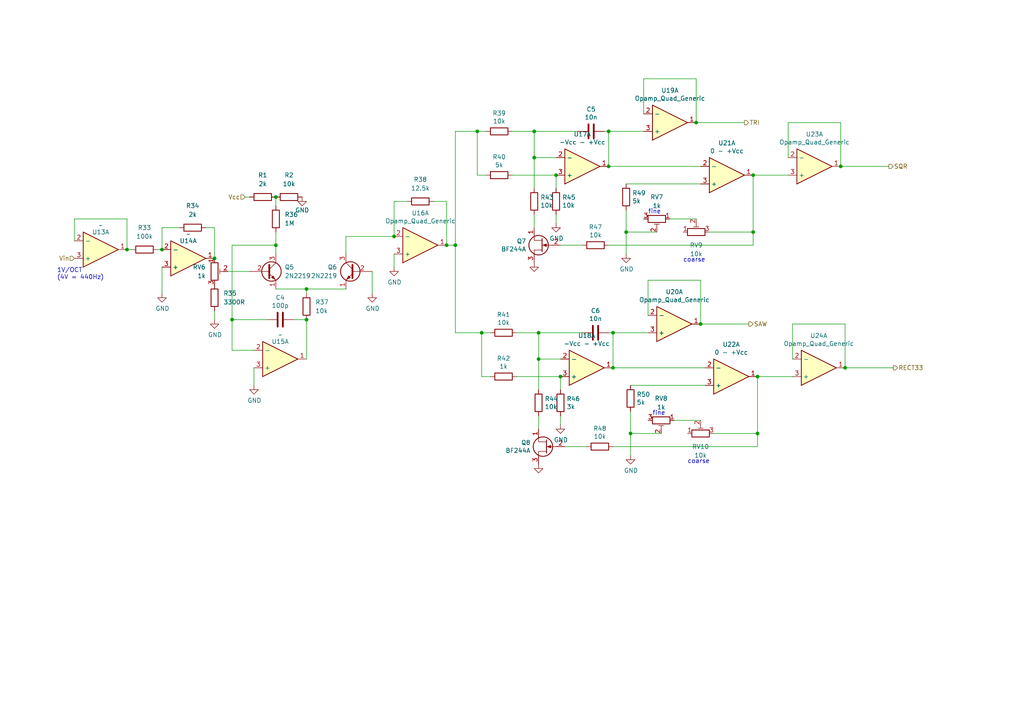
<source format=kicad_sch>
(kicad_sch (version 20230121) (generator eeschema)

  (uuid 13ebb130-cb8a-4346-9ddd-81e3d9c5f755)

  (paper "A4")

  (lib_symbols
    (symbol "Device:C" (pin_numbers hide) (pin_names (offset 0.254)) (in_bom yes) (on_board yes)
      (property "Reference" "C" (at 0.635 2.54 0)
        (effects (font (size 1.27 1.27)) (justify left))
      )
      (property "Value" "C" (at 0.635 -2.54 0)
        (effects (font (size 1.27 1.27)) (justify left))
      )
      (property "Footprint" "" (at 0.9652 -3.81 0)
        (effects (font (size 1.27 1.27)) hide)
      )
      (property "Datasheet" "~" (at 0 0 0)
        (effects (font (size 1.27 1.27)) hide)
      )
      (property "ki_keywords" "cap capacitor" (at 0 0 0)
        (effects (font (size 1.27 1.27)) hide)
      )
      (property "ki_description" "Unpolarized capacitor" (at 0 0 0)
        (effects (font (size 1.27 1.27)) hide)
      )
      (property "ki_fp_filters" "C_*" (at 0 0 0)
        (effects (font (size 1.27 1.27)) hide)
      )
      (symbol "C_0_1"
        (polyline
          (pts
            (xy -2.032 -0.762)
            (xy 2.032 -0.762)
          )
          (stroke (width 0.508) (type default))
          (fill (type none))
        )
        (polyline
          (pts
            (xy -2.032 0.762)
            (xy 2.032 0.762)
          )
          (stroke (width 0.508) (type default))
          (fill (type none))
        )
      )
      (symbol "C_1_1"
        (pin passive line (at 0 3.81 270) (length 2.794)
          (name "~" (effects (font (size 1.27 1.27))))
          (number "1" (effects (font (size 1.27 1.27))))
        )
        (pin passive line (at 0 -3.81 90) (length 2.794)
          (name "~" (effects (font (size 1.27 1.27))))
          (number "2" (effects (font (size 1.27 1.27))))
        )
      )
    )
    (symbol "Device:R" (pin_numbers hide) (pin_names (offset 0)) (in_bom yes) (on_board yes)
      (property "Reference" "R" (at 2.032 0 90)
        (effects (font (size 1.27 1.27)))
      )
      (property "Value" "R" (at 0 0 90)
        (effects (font (size 1.27 1.27)))
      )
      (property "Footprint" "" (at -1.778 0 90)
        (effects (font (size 1.27 1.27)) hide)
      )
      (property "Datasheet" "~" (at 0 0 0)
        (effects (font (size 1.27 1.27)) hide)
      )
      (property "ki_keywords" "R res resistor" (at 0 0 0)
        (effects (font (size 1.27 1.27)) hide)
      )
      (property "ki_description" "Resistor" (at 0 0 0)
        (effects (font (size 1.27 1.27)) hide)
      )
      (property "ki_fp_filters" "R_*" (at 0 0 0)
        (effects (font (size 1.27 1.27)) hide)
      )
      (symbol "R_0_1"
        (rectangle (start -1.016 -2.54) (end 1.016 2.54)
          (stroke (width 0.254) (type default))
          (fill (type none))
        )
      )
      (symbol "R_1_1"
        (pin passive line (at 0 3.81 270) (length 1.27)
          (name "~" (effects (font (size 1.27 1.27))))
          (number "1" (effects (font (size 1.27 1.27))))
        )
        (pin passive line (at 0 -3.81 90) (length 1.27)
          (name "~" (effects (font (size 1.27 1.27))))
          (number "2" (effects (font (size 1.27 1.27))))
        )
      )
    )
    (symbol "Device:R_Potentiometer_Trim" (pin_names (offset 1.016) hide) (in_bom yes) (on_board yes)
      (property "Reference" "RV" (at -4.445 0 90)
        (effects (font (size 1.27 1.27)))
      )
      (property "Value" "R_Potentiometer_Trim" (at -2.54 0 90)
        (effects (font (size 1.27 1.27)))
      )
      (property "Footprint" "" (at 0 0 0)
        (effects (font (size 1.27 1.27)) hide)
      )
      (property "Datasheet" "~" (at 0 0 0)
        (effects (font (size 1.27 1.27)) hide)
      )
      (property "ki_keywords" "resistor variable trimpot trimmer" (at 0 0 0)
        (effects (font (size 1.27 1.27)) hide)
      )
      (property "ki_description" "Trim-potentiometer" (at 0 0 0)
        (effects (font (size 1.27 1.27)) hide)
      )
      (property "ki_fp_filters" "Potentiometer*" (at 0 0 0)
        (effects (font (size 1.27 1.27)) hide)
      )
      (symbol "R_Potentiometer_Trim_0_1"
        (polyline
          (pts
            (xy 1.524 0.762)
            (xy 1.524 -0.762)
          )
          (stroke (width 0) (type default))
          (fill (type none))
        )
        (polyline
          (pts
            (xy 2.54 0)
            (xy 1.524 0)
          )
          (stroke (width 0) (type default))
          (fill (type none))
        )
        (rectangle (start 1.016 2.54) (end -1.016 -2.54)
          (stroke (width 0.254) (type default))
          (fill (type none))
        )
      )
      (symbol "R_Potentiometer_Trim_1_1"
        (pin passive line (at 0 3.81 270) (length 1.27)
          (name "1" (effects (font (size 1.27 1.27))))
          (number "1" (effects (font (size 1.27 1.27))))
        )
        (pin passive line (at 3.81 0 180) (length 1.27)
          (name "2" (effects (font (size 1.27 1.27))))
          (number "2" (effects (font (size 1.27 1.27))))
        )
        (pin passive line (at 0 -3.81 90) (length 1.27)
          (name "3" (effects (font (size 1.27 1.27))))
          (number "3" (effects (font (size 1.27 1.27))))
        )
      )
    )
    (symbol "Transistor_BJT:2N2219" (pin_names (offset 0) hide) (in_bom yes) (on_board yes)
      (property "Reference" "Q" (at 5.08 1.905 0)
        (effects (font (size 1.27 1.27)) (justify left))
      )
      (property "Value" "2N2219" (at 5.08 0 0)
        (effects (font (size 1.27 1.27)) (justify left))
      )
      (property "Footprint" "Package_TO_SOT_THT:TO-39-3" (at 5.08 -1.905 0)
        (effects (font (size 1.27 1.27) italic) (justify left) hide)
      )
      (property "Datasheet" "http://www.onsemi.com/pub_link/Collateral/2N2219-D.PDF" (at 0 0 0)
        (effects (font (size 1.27 1.27)) (justify left) hide)
      )
      (property "ki_keywords" "NPN Transistor" (at 0 0 0)
        (effects (font (size 1.27 1.27)) hide)
      )
      (property "ki_description" "800mA Ic, 50V Vce, NPN Transistor, TO-39" (at 0 0 0)
        (effects (font (size 1.27 1.27)) hide)
      )
      (property "ki_fp_filters" "TO?39*" (at 0 0 0)
        (effects (font (size 1.27 1.27)) hide)
      )
      (symbol "2N2219_0_1"
        (polyline
          (pts
            (xy 0.635 0.635)
            (xy 2.54 2.54)
          )
          (stroke (width 0) (type default))
          (fill (type none))
        )
        (polyline
          (pts
            (xy 0.635 -0.635)
            (xy 2.54 -2.54)
            (xy 2.54 -2.54)
          )
          (stroke (width 0) (type default))
          (fill (type none))
        )
        (polyline
          (pts
            (xy 0.635 1.905)
            (xy 0.635 -1.905)
            (xy 0.635 -1.905)
          )
          (stroke (width 0.508) (type default))
          (fill (type none))
        )
        (polyline
          (pts
            (xy 1.27 -1.778)
            (xy 1.778 -1.27)
            (xy 2.286 -2.286)
            (xy 1.27 -1.778)
            (xy 1.27 -1.778)
          )
          (stroke (width 0) (type default))
          (fill (type outline))
        )
        (circle (center 1.27 0) (radius 2.8194)
          (stroke (width 0.254) (type default))
          (fill (type none))
        )
      )
      (symbol "2N2219_1_1"
        (pin passive line (at 2.54 -5.08 90) (length 2.54)
          (name "E" (effects (font (size 1.27 1.27))))
          (number "1" (effects (font (size 1.27 1.27))))
        )
        (pin passive line (at -5.08 0 0) (length 5.715)
          (name "B" (effects (font (size 1.27 1.27))))
          (number "2" (effects (font (size 1.27 1.27))))
        )
        (pin passive line (at 2.54 5.08 270) (length 2.54)
          (name "C" (effects (font (size 1.27 1.27))))
          (number "3" (effects (font (size 1.27 1.27))))
        )
      )
    )
    (symbol "Transistor_FET:BF244A" (pin_names hide) (in_bom yes) (on_board yes)
      (property "Reference" "Q" (at 5.08 1.905 0)
        (effects (font (size 1.27 1.27)) (justify left))
      )
      (property "Value" "BF244A" (at 5.08 0 0)
        (effects (font (size 1.27 1.27)) (justify left))
      )
      (property "Footprint" "Package_TO_SOT_THT:TO-92_Inline" (at 5.08 -1.905 0)
        (effects (font (size 1.27 1.27) italic) (justify left) hide)
      )
      (property "Datasheet" "https://media.digikey.com/pdf/Data%20Sheets/Fairchild%20PDFs/BF244x.pdf" (at 0 0 0)
        (effects (font (size 1.27 1.27)) (justify left) hide)
      )
      (property "ki_keywords" "N-Channel FET Transistor Low Voltage" (at 0 0 0)
        (effects (font (size 1.27 1.27)) hide)
      )
      (property "ki_description" "50mA Id, 30V Vgs, N-Channel FET Transistor, TO-92" (at 0 0 0)
        (effects (font (size 1.27 1.27)) hide)
      )
      (property "ki_fp_filters" "TO?92*" (at 0 0 0)
        (effects (font (size 1.27 1.27)) hide)
      )
      (symbol "BF244A_0_1"
        (polyline
          (pts
            (xy 0.254 0)
            (xy -2.54 0)
          )
          (stroke (width 0) (type default))
          (fill (type none))
        )
        (polyline
          (pts
            (xy 0.254 1.905)
            (xy 0.254 -1.905)
          )
          (stroke (width 0.254) (type default))
          (fill (type none))
        )
        (polyline
          (pts
            (xy 2.54 -2.54)
            (xy 2.54 -1.397)
            (xy 0.254 -1.397)
          )
          (stroke (width 0) (type default))
          (fill (type none))
        )
        (polyline
          (pts
            (xy 2.54 2.54)
            (xy 2.54 1.397)
            (xy 0.254 1.397)
          )
          (stroke (width 0) (type default))
          (fill (type none))
        )
        (polyline
          (pts
            (xy 0 0)
            (xy -1.016 0.381)
            (xy -1.016 -0.381)
            (xy 0 0)
          )
          (stroke (width 0) (type default))
          (fill (type outline))
        )
        (circle (center 1.27 0) (radius 2.8194)
          (stroke (width 0.254) (type default))
          (fill (type none))
        )
      )
      (symbol "BF244A_1_1"
        (pin passive line (at 2.54 5.08 270) (length 2.54)
          (name "D" (effects (font (size 1.27 1.27))))
          (number "1" (effects (font (size 1.27 1.27))))
        )
        (pin input line (at -5.08 0 0) (length 2.54)
          (name "G" (effects (font (size 1.27 1.27))))
          (number "2" (effects (font (size 1.27 1.27))))
        )
        (pin passive line (at 2.54 -5.08 90) (length 2.54)
          (name "S" (effects (font (size 1.27 1.27))))
          (number "3" (effects (font (size 1.27 1.27))))
        )
      )
    )
    (symbol "power:GND" (power) (pin_names (offset 0)) (in_bom yes) (on_board yes)
      (property "Reference" "#PWR" (at 0 -6.35 0)
        (effects (font (size 1.27 1.27)) hide)
      )
      (property "Value" "GND" (at 0 -3.81 0)
        (effects (font (size 1.27 1.27)))
      )
      (property "Footprint" "" (at 0 0 0)
        (effects (font (size 1.27 1.27)) hide)
      )
      (property "Datasheet" "" (at 0 0 0)
        (effects (font (size 1.27 1.27)) hide)
      )
      (property "ki_keywords" "global power" (at 0 0 0)
        (effects (font (size 1.27 1.27)) hide)
      )
      (property "ki_description" "Power symbol creates a global label with name \"GND\" , ground" (at 0 0 0)
        (effects (font (size 1.27 1.27)) hide)
      )
      (symbol "GND_0_1"
        (polyline
          (pts
            (xy 0 0)
            (xy 0 -1.27)
            (xy 1.27 -1.27)
            (xy 0 -2.54)
            (xy -1.27 -1.27)
            (xy 0 -1.27)
          )
          (stroke (width 0) (type default))
          (fill (type none))
        )
      )
      (symbol "GND_1_1"
        (pin power_in line (at 0 0 270) (length 0) hide
          (name "GND" (effects (font (size 1.27 1.27))))
          (number "1" (effects (font (size 1.27 1.27))))
        )
      )
    )
    (symbol "szinti-rescue:Opamp_Quad_Generic-Device" (in_bom yes) (on_board yes)
      (property "Reference" "U" (at 0 5.08 0)
        (effects (font (size 1.27 1.27)) (justify left))
      )
      (property "Value" "Device_Opamp_Quad_Generic" (at 0 -5.08 0)
        (effects (font (size 1.27 1.27)) (justify left))
      )
      (property "Footprint" "" (at 0 0 0)
        (effects (font (size 1.27 1.27)) hide)
      )
      (property "Datasheet" "" (at 0 0 0)
        (effects (font (size 1.27 1.27)) hide)
      )
      (property "ki_locked" "" (at 0 0 0)
        (effects (font (size 1.27 1.27)))
      )
      (property "ki_fp_filters" "SOIC*3.9x8.7mm*P1.27mm* DIP*W7.62mm* TSSOP*4.4x5mm*P0.65mm* SSOP*5.3x6.2mm*P0.65mm*" (at 0 0 0)
        (effects (font (size 1.27 1.27)) hide)
      )
      (symbol "Opamp_Quad_Generic-Device_1_1"
        (polyline
          (pts
            (xy -5.08 5.08)
            (xy 5.08 0)
            (xy -5.08 -5.08)
            (xy -5.08 5.08)
          )
          (stroke (width 0.254) (type solid))
          (fill (type background))
        )
        (pin output line (at 7.62 0 180) (length 2.54)
          (name "~" (effects (font (size 1.27 1.27))))
          (number "1" (effects (font (size 1.27 1.27))))
        )
        (pin input line (at -7.62 -2.54 0) (length 2.54)
          (name "-" (effects (font (size 1.27 1.27))))
          (number "2" (effects (font (size 1.27 1.27))))
        )
        (pin input line (at -7.62 2.54 0) (length 2.54)
          (name "+" (effects (font (size 1.27 1.27))))
          (number "3" (effects (font (size 1.27 1.27))))
        )
      )
      (symbol "Opamp_Quad_Generic-Device_2_1"
        (polyline
          (pts
            (xy -5.08 5.08)
            (xy 5.08 0)
            (xy -5.08 -5.08)
            (xy -5.08 5.08)
          )
          (stroke (width 0.254) (type solid))
          (fill (type background))
        )
        (pin input line (at -7.62 2.54 0) (length 2.54)
          (name "+" (effects (font (size 1.27 1.27))))
          (number "5" (effects (font (size 1.27 1.27))))
        )
        (pin input line (at -7.62 -2.54 0) (length 2.54)
          (name "-" (effects (font (size 1.27 1.27))))
          (number "6" (effects (font (size 1.27 1.27))))
        )
        (pin output line (at 7.62 0 180) (length 2.54)
          (name "~" (effects (font (size 1.27 1.27))))
          (number "7" (effects (font (size 1.27 1.27))))
        )
      )
      (symbol "Opamp_Quad_Generic-Device_3_1"
        (polyline
          (pts
            (xy -5.08 5.08)
            (xy 5.08 0)
            (xy -5.08 -5.08)
            (xy -5.08 5.08)
          )
          (stroke (width 0.254) (type solid))
          (fill (type background))
        )
        (pin input line (at -7.62 2.54 0) (length 2.54)
          (name "+" (effects (font (size 1.27 1.27))))
          (number "10" (effects (font (size 1.27 1.27))))
        )
        (pin output line (at 7.62 0 180) (length 2.54)
          (name "~" (effects (font (size 1.27 1.27))))
          (number "8" (effects (font (size 1.27 1.27))))
        )
        (pin input line (at -7.62 -2.54 0) (length 2.54)
          (name "-" (effects (font (size 1.27 1.27))))
          (number "9" (effects (font (size 1.27 1.27))))
        )
      )
      (symbol "Opamp_Quad_Generic-Device_4_1"
        (polyline
          (pts
            (xy -5.08 5.08)
            (xy 5.08 0)
            (xy -5.08 -5.08)
            (xy -5.08 5.08)
          )
          (stroke (width 0.254) (type solid))
          (fill (type background))
        )
        (pin input line (at -7.62 2.54 0) (length 2.54)
          (name "+" (effects (font (size 1.27 1.27))))
          (number "12" (effects (font (size 1.27 1.27))))
        )
        (pin input line (at -7.62 -2.54 0) (length 2.54)
          (name "-" (effects (font (size 1.27 1.27))))
          (number "13" (effects (font (size 1.27 1.27))))
        )
        (pin output line (at 7.62 0 180) (length 2.54)
          (name "~" (effects (font (size 1.27 1.27))))
          (number "14" (effects (font (size 1.27 1.27))))
        )
      )
      (symbol "Opamp_Quad_Generic-Device_5_1"
        (pin power_in line (at -2.54 -7.62 90) (length 3.81)
          (name "V-" (effects (font (size 1.27 1.27))))
          (number "11" (effects (font (size 1.27 1.27))))
        )
        (pin power_in line (at -2.54 7.62 270) (length 3.81)
          (name "V+" (effects (font (size 1.27 1.27))))
          (number "4" (effects (font (size 1.27 1.27))))
        )
      )
    )
  )

  (junction (at 218.44 50.8) (diameter 0) (color 0 0 0 0)
    (uuid 04905bdc-a9b6-4b41-ad4a-febecb7e6038)
  )
  (junction (at 80.01 71.12) (diameter 0) (color 0 0 0 0)
    (uuid 1726292c-8d96-40f8-b87d-171ad316fbce)
  )
  (junction (at 132.08 71.12) (diameter 0) (color 0 0 0 0)
    (uuid 209e2e05-1ff7-471f-ab97-e8577f993e2f)
  )
  (junction (at 114.3 68.58) (diameter 0) (color 0 0 0 0)
    (uuid 256a2daf-11ed-4d29-a510-903d055aeca5)
  )
  (junction (at 154.94 38.1) (diameter 0) (color 0 0 0 0)
    (uuid 27ef629e-f1a1-4249-8bbb-135dafab0be3)
  )
  (junction (at 156.21 96.52) (diameter 0) (color 0 0 0 0)
    (uuid 2c37748b-5f1c-42fc-abfe-8511bda211fd)
  )
  (junction (at 245.11 106.68) (diameter 0) (color 0 0 0 0)
    (uuid 2ed37f65-91d2-4232-9a5b-680a1057735e)
  )
  (junction (at 138.43 38.1) (diameter 0) (color 0 0 0 0)
    (uuid 343a1981-e7f9-4045-9e38-2901ec292ab2)
  )
  (junction (at 176.53 48.26) (diameter 0) (color 0 0 0 0)
    (uuid 3c1b5df5-d657-434d-be60-f6995d64245a)
  )
  (junction (at 161.29 50.8) (diameter 0) (color 0 0 0 0)
    (uuid 3e59c195-36a1-41c6-9a7d-b3bec3d842e8)
  )
  (junction (at 36.83 72.39) (diameter 0) (color 0 0 0 0)
    (uuid 44f679b5-c5f0-4b28-a0f5-1ad41133f0ad)
  )
  (junction (at 88.9 92.71) (diameter 0) (color 0 0 0 0)
    (uuid 47ed4bd0-0d5e-49c8-9867-0fca5a71429b)
  )
  (junction (at 219.71 109.22) (diameter 0) (color 0 0 0 0)
    (uuid 4a52fc98-b892-432e-8d5a-ac337005d90b)
  )
  (junction (at 62.23 74.93) (diameter 0) (color 0 0 0 0)
    (uuid 4dad1638-7cc7-4a04-a956-26299b2749c8)
  )
  (junction (at 176.53 38.1) (diameter 0) (color 0 0 0 0)
    (uuid 52d9a913-da27-4bcb-b0e3-9c41738355ed)
  )
  (junction (at 67.31 92.71) (diameter 0) (color 0 0 0 0)
    (uuid 578c550d-2b8f-4d43-81a0-3080d5289407)
  )
  (junction (at 182.88 125.73) (diameter 0) (color 0 0 0 0)
    (uuid 58fab1c2-439a-42bd-b033-077d5686d0f6)
  )
  (junction (at 162.56 109.22) (diameter 0) (color 0 0 0 0)
    (uuid 5e3de2d4-722a-43a5-a31c-0d69ae84725b)
  )
  (junction (at 218.44 67.31) (diameter 0) (color 0 0 0 0)
    (uuid 67fff1e7-7e30-4af7-b1b6-e72cf7ea5daa)
  )
  (junction (at 201.93 35.56) (diameter 0) (color 0 0 0 0)
    (uuid 71cf4c6f-c7ce-4053-866b-0a41ab32d882)
  )
  (junction (at 129.54 71.12) (diameter 0) (color 0 0 0 0)
    (uuid 7a6d9488-9aa9-485a-8dbe-b2b5b0a16fb5)
  )
  (junction (at 46.99 72.39) (diameter 0) (color 0 0 0 0)
    (uuid 7eea5c41-f448-4fe9-a4dd-4d36aa3d6349)
  )
  (junction (at 243.84 48.26) (diameter 0) (color 0 0 0 0)
    (uuid 810a3c0e-08b0-47d2-b87b-a1412e37acc8)
  )
  (junction (at 177.8 96.52) (diameter 0) (color 0 0 0 0)
    (uuid 857de38c-bb8c-4df9-975d-7714400dad29)
  )
  (junction (at 80.01 57.15) (diameter 0) (color 0 0 0 0)
    (uuid 91213b07-a3da-42b6-85a3-ade2ce9917e8)
  )
  (junction (at 88.9 83.82) (diameter 0) (color 0 0 0 0)
    (uuid 9ec46002-bcb5-45a5-924f-43389393e290)
  )
  (junction (at 156.21 104.14) (diameter 0) (color 0 0 0 0)
    (uuid a1872135-a78c-44a3-bc88-b8c1b63792f0)
  )
  (junction (at 139.7 96.52) (diameter 0) (color 0 0 0 0)
    (uuid d0378404-a36c-4d69-a717-cf063393df2e)
  )
  (junction (at 181.61 67.31) (diameter 0) (color 0 0 0 0)
    (uuid d24a0534-15d5-414e-8be3-09186ff4fc44)
  )
  (junction (at 177.8 106.68) (diameter 0) (color 0 0 0 0)
    (uuid d96322ad-575a-4ede-9de9-493efe0e93e5)
  )
  (junction (at 203.2 93.98) (diameter 0) (color 0 0 0 0)
    (uuid dcd371a8-7d83-46f2-9947-150ac6b6c51f)
  )
  (junction (at 154.94 45.72) (diameter 0) (color 0 0 0 0)
    (uuid ec32b07f-f4fa-4680-87b9-9cfe5f88b48d)
  )
  (junction (at 219.71 125.73) (diameter 0) (color 0 0 0 0)
    (uuid fe5d776d-121d-4039-a5ae-40109e46becf)
  )

  (wire (pts (xy 207.01 125.73) (xy 219.71 125.73))
    (stroke (width 0) (type default))
    (uuid 011e53bb-f061-424d-b0b2-071df4ba44ac)
  )
  (wire (pts (xy 181.61 67.31) (xy 190.5 67.31))
    (stroke (width 0) (type default))
    (uuid 04283e9f-f892-4cfd-bf91-a12ade928f41)
  )
  (wire (pts (xy 228.6 45.72) (xy 228.6 35.56))
    (stroke (width 0) (type default))
    (uuid 07a0705b-49a6-4617-a663-3040ca6867e2)
  )
  (wire (pts (xy 176.53 71.12) (xy 218.44 71.12))
    (stroke (width 0) (type default))
    (uuid 08a8984f-88b9-49d8-8622-eb203f0babfb)
  )
  (wire (pts (xy 243.84 35.56) (xy 243.84 48.26))
    (stroke (width 0) (type default))
    (uuid 12602660-99a9-4df0-b6d3-72a4059f08a1)
  )
  (wire (pts (xy 125.73 58.42) (xy 129.54 58.42))
    (stroke (width 0) (type default))
    (uuid 13aef4a3-b9bb-40e0-aaf8-802a8d1303e4)
  )
  (wire (pts (xy 85.09 92.71) (xy 88.9 92.71))
    (stroke (width 0) (type default))
    (uuid 147d0ab7-3627-4ea2-b1af-83a07ac83da2)
  )
  (wire (pts (xy 203.2 93.98) (xy 217.17 93.98))
    (stroke (width 0) (type default))
    (uuid 14cc7b47-976d-4d2a-8d2b-30795e3315c1)
  )
  (wire (pts (xy 156.21 96.52) (xy 168.91 96.52))
    (stroke (width 0) (type default))
    (uuid 15941e0b-ae4a-419d-9c01-9edb2d365b10)
  )
  (wire (pts (xy 181.61 60.96) (xy 181.61 67.31))
    (stroke (width 0) (type default))
    (uuid 1741f66f-3da9-43fb-b926-53af188dd2d0)
  )
  (wire (pts (xy 80.01 71.12) (xy 80.01 73.66))
    (stroke (width 0) (type default))
    (uuid 1a8a8534-a436-403f-88e3-2df14b45836f)
  )
  (wire (pts (xy 36.83 72.39) (xy 38.1 72.39))
    (stroke (width 0) (type default))
    (uuid 1f9c431f-29cd-475b-b272-5ed35eff1e1d)
  )
  (wire (pts (xy 219.71 109.22) (xy 229.87 109.22))
    (stroke (width 0) (type default))
    (uuid 22417ced-e968-4839-83ed-4883f9f63966)
  )
  (wire (pts (xy 162.56 120.65) (xy 162.56 123.19))
    (stroke (width 0) (type default))
    (uuid 26113010-250c-4761-8836-598508ffe324)
  )
  (wire (pts (xy 219.71 109.22) (xy 219.71 125.73))
    (stroke (width 0) (type default))
    (uuid 261368d8-210f-475a-9c0c-168ed7eeb0eb)
  )
  (wire (pts (xy 62.23 90.17) (xy 62.23 92.71))
    (stroke (width 0) (type default))
    (uuid 26a36f2a-5da7-4ffe-983d-3fb728850e40)
  )
  (wire (pts (xy 156.21 120.65) (xy 156.21 124.46))
    (stroke (width 0) (type default))
    (uuid 27915691-4000-45eb-b065-6abb9c21aec1)
  )
  (wire (pts (xy 182.88 125.73) (xy 191.77 125.73))
    (stroke (width 0) (type default))
    (uuid 27ef8d31-9ddf-4f6a-9747-583112da6443)
  )
  (wire (pts (xy 156.21 104.14) (xy 156.21 113.03))
    (stroke (width 0) (type default))
    (uuid 2cca922a-6263-41d0-bff0-cf930a2e7357)
  )
  (wire (pts (xy 176.53 38.1) (xy 175.26 38.1))
    (stroke (width 0) (type default))
    (uuid 2d2178b1-56e4-43fc-8ead-fc14f03f6108)
  )
  (wire (pts (xy 59.69 66.04) (xy 62.23 66.04))
    (stroke (width 0) (type default))
    (uuid 327ac79f-da98-4c22-b76c-8957125371c8)
  )
  (wire (pts (xy 67.31 101.6) (xy 73.66 101.6))
    (stroke (width 0) (type default))
    (uuid 380a3fc2-5d0d-407e-ac52-ba27d009debc)
  )
  (wire (pts (xy 186.69 33.02) (xy 186.69 22.86))
    (stroke (width 0) (type default))
    (uuid 38eacf71-c3b2-4168-8b64-6876c333fa5c)
  )
  (wire (pts (xy 114.3 73.66) (xy 114.3 77.47))
    (stroke (width 0) (type default))
    (uuid 3be2bcbf-804c-4f30-8fcd-1ec758284caf)
  )
  (wire (pts (xy 154.94 38.1) (xy 154.94 45.72))
    (stroke (width 0) (type default))
    (uuid 3cceb0fe-175b-4181-b4c9-34f39f0c4716)
  )
  (wire (pts (xy 21.59 63.5) (xy 36.83 63.5))
    (stroke (width 0) (type default))
    (uuid 3f2ef22f-8e1e-49ac-9c0f-5e2a33ef0e58)
  )
  (wire (pts (xy 219.71 125.73) (xy 219.71 129.54))
    (stroke (width 0) (type default))
    (uuid 401971e1-58cc-4e00-b9d9-27eacdaae8b5)
  )
  (wire (pts (xy 163.83 129.54) (xy 170.18 129.54))
    (stroke (width 0) (type default))
    (uuid 447a7860-2aab-430f-9ca2-3b9d57c17828)
  )
  (wire (pts (xy 73.66 106.68) (xy 73.66 111.76))
    (stroke (width 0) (type default))
    (uuid 4f623db8-4184-4e68-9cd2-bdc93bd02f67)
  )
  (wire (pts (xy 80.01 57.15) (xy 80.01 59.69))
    (stroke (width 0) (type default))
    (uuid 4f8e864a-d21b-41cc-94a6-92e834536485)
  )
  (wire (pts (xy 177.8 106.68) (xy 204.47 106.68))
    (stroke (width 0) (type default))
    (uuid 508261e7-0460-4052-9ac3-ad0968570c02)
  )
  (wire (pts (xy 154.94 38.1) (xy 167.64 38.1))
    (stroke (width 0) (type default))
    (uuid 5355a2bd-5265-41e5-8791-12f6a1c9f88b)
  )
  (wire (pts (xy 182.88 119.38) (xy 182.88 125.73))
    (stroke (width 0) (type default))
    (uuid 53907b87-8def-4623-af78-f29f6944d86f)
  )
  (wire (pts (xy 46.99 77.47) (xy 46.99 85.09))
    (stroke (width 0) (type default))
    (uuid 53d1da5a-66b3-4da0-a498-83aa26d96638)
  )
  (wire (pts (xy 229.87 104.14) (xy 229.87 93.98))
    (stroke (width 0) (type default))
    (uuid 545ad0c5-8121-4933-a93b-9c3ff6db6fe4)
  )
  (wire (pts (xy 100.33 68.58) (xy 114.3 68.58))
    (stroke (width 0) (type default))
    (uuid 598a1651-a21c-46a8-b7f0-8c4cc74d2ea9)
  )
  (wire (pts (xy 228.6 35.56) (xy 243.84 35.56))
    (stroke (width 0) (type default))
    (uuid 5b457a1f-d5f7-435e-a227-0c7f573db3e6)
  )
  (wire (pts (xy 182.88 125.73) (xy 182.88 132.08))
    (stroke (width 0) (type default))
    (uuid 5cf69ce9-1d8f-4484-926f-8a98686c4cc6)
  )
  (wire (pts (xy 132.08 71.12) (xy 132.08 38.1))
    (stroke (width 0) (type default))
    (uuid 5d8ec3b0-b4de-428e-892e-b3d1da21a8af)
  )
  (wire (pts (xy 114.3 58.42) (xy 114.3 68.58))
    (stroke (width 0) (type default))
    (uuid 5ed1389d-f72c-4376-930f-a9ab66e17476)
  )
  (wire (pts (xy 194.31 63.5) (xy 201.93 63.5))
    (stroke (width 0) (type default))
    (uuid 5fea5f7c-7c75-4571-ab77-926507b07cc1)
  )
  (wire (pts (xy 80.01 67.31) (xy 80.01 71.12))
    (stroke (width 0) (type default))
    (uuid 6457727d-2e69-49ed-a842-341f59b4a4f0)
  )
  (wire (pts (xy 218.44 50.8) (xy 228.6 50.8))
    (stroke (width 0) (type default))
    (uuid 65278faf-2c12-4abb-9b89-d946784befc4)
  )
  (wire (pts (xy 46.99 66.04) (xy 46.99 72.39))
    (stroke (width 0) (type default))
    (uuid 673f9906-1fa2-4112-b64b-9d0b97c80597)
  )
  (wire (pts (xy 154.94 45.72) (xy 161.29 45.72))
    (stroke (width 0) (type default))
    (uuid 6a3bd4fb-0667-48c2-97ff-6c3ea3382d9c)
  )
  (wire (pts (xy 129.54 58.42) (xy 129.54 71.12))
    (stroke (width 0) (type default))
    (uuid 6b01e121-8d1d-4394-b84c-93ce11f4194e)
  )
  (wire (pts (xy 88.9 83.82) (xy 100.33 83.82))
    (stroke (width 0) (type default))
    (uuid 6df7be90-7ff0-43db-98b9-2d2d8397cc77)
  )
  (wire (pts (xy 218.44 67.31) (xy 218.44 71.12))
    (stroke (width 0) (type default))
    (uuid 801be268-922e-4087-81a9-919ed54a7c02)
  )
  (wire (pts (xy 181.61 67.31) (xy 181.61 73.66))
    (stroke (width 0) (type default))
    (uuid 8098fab3-3532-4d82-96e8-0403a63f6336)
  )
  (wire (pts (xy 138.43 38.1) (xy 140.97 38.1))
    (stroke (width 0) (type default))
    (uuid 80b35d26-1276-48fd-a73f-8eac53efec81)
  )
  (wire (pts (xy 114.3 58.42) (xy 118.11 58.42))
    (stroke (width 0) (type default))
    (uuid 81979972-88c4-4b98-8c9a-f239f5623c99)
  )
  (wire (pts (xy 80.01 83.82) (xy 88.9 83.82))
    (stroke (width 0) (type default))
    (uuid 89aa29e8-6e4d-43e9-bf09-fb415d195b5f)
  )
  (wire (pts (xy 154.94 45.72) (xy 154.94 54.61))
    (stroke (width 0) (type default))
    (uuid 89ba0987-c354-489d-b752-bf313a4ede96)
  )
  (wire (pts (xy 203.2 81.28) (xy 203.2 93.98))
    (stroke (width 0) (type default))
    (uuid 8c6d65d9-1f7e-4930-811e-fdda8cf2f9ce)
  )
  (wire (pts (xy 21.59 69.85) (xy 21.59 63.5))
    (stroke (width 0) (type default))
    (uuid 8c8e075c-8ad0-4939-9014-62c1bd4605ca)
  )
  (wire (pts (xy 177.8 96.52) (xy 177.8 106.68))
    (stroke (width 0) (type default))
    (uuid 8d029ce8-672f-4979-8168-2a4213260544)
  )
  (wire (pts (xy 177.8 96.52) (xy 187.96 96.52))
    (stroke (width 0) (type default))
    (uuid 8d80046e-7135-402d-b18d-d6332c0df7ef)
  )
  (wire (pts (xy 181.61 53.34) (xy 203.2 53.34))
    (stroke (width 0) (type default))
    (uuid 8f176b84-2bfe-403d-a29f-71c728ce3748)
  )
  (wire (pts (xy 161.29 50.8) (xy 161.29 54.61))
    (stroke (width 0) (type default))
    (uuid 8f66ccae-7cc3-49f9-b6ca-3da3ab206709)
  )
  (wire (pts (xy 243.84 48.26) (xy 257.81 48.26))
    (stroke (width 0) (type default))
    (uuid 9026ad02-ebaf-414b-9bea-ddc114e71dcd)
  )
  (wire (pts (xy 52.07 66.04) (xy 46.99 66.04))
    (stroke (width 0) (type default))
    (uuid 912b84a0-e46e-4605-adee-97b040d6f6d9)
  )
  (wire (pts (xy 149.86 96.52) (xy 156.21 96.52))
    (stroke (width 0) (type default))
    (uuid 91e6ca3f-b5e7-4236-ae5a-9310a26c1ce2)
  )
  (wire (pts (xy 132.08 38.1) (xy 138.43 38.1))
    (stroke (width 0) (type default))
    (uuid 92afe5a4-01ff-482d-b7a2-15ffe134ea90)
  )
  (wire (pts (xy 67.31 71.12) (xy 67.31 92.71))
    (stroke (width 0) (type default))
    (uuid 940609c9-35c5-4726-863e-d01b9e8bd0d8)
  )
  (wire (pts (xy 139.7 96.52) (xy 139.7 109.22))
    (stroke (width 0) (type default))
    (uuid 94f60624-785f-4db7-bf8f-40d07a8dea66)
  )
  (wire (pts (xy 218.44 50.8) (xy 218.44 67.31))
    (stroke (width 0) (type default))
    (uuid 9b0e5902-5034-47d2-9723-95dbe3531034)
  )
  (wire (pts (xy 67.31 92.71) (xy 77.47 92.71))
    (stroke (width 0) (type default))
    (uuid 9b447b82-ef9f-4b3c-bede-5198062105d5)
  )
  (wire (pts (xy 162.56 109.22) (xy 162.56 113.03))
    (stroke (width 0) (type default))
    (uuid 9bb06929-6a2a-408a-a765-4500403000ee)
  )
  (wire (pts (xy 148.59 38.1) (xy 154.94 38.1))
    (stroke (width 0) (type default))
    (uuid 9d4c373a-e78c-4145-9270-e9c26f0120fd)
  )
  (wire (pts (xy 80.01 71.12) (xy 67.31 71.12))
    (stroke (width 0) (type default))
    (uuid 9d85ff6b-52dc-418e-be29-e566ffb2376e)
  )
  (wire (pts (xy 107.95 78.74) (xy 107.95 85.09))
    (stroke (width 0) (type default))
    (uuid a128b3a5-8ec3-4b3b-b241-ec3ccdbda7ee)
  )
  (wire (pts (xy 162.56 71.12) (xy 168.91 71.12))
    (stroke (width 0) (type default))
    (uuid a2141a3d-fc6e-4956-b5b5-71ced887d3a1)
  )
  (wire (pts (xy 201.93 35.56) (xy 215.9 35.56))
    (stroke (width 0) (type default))
    (uuid a363d51b-00fb-40ee-9a84-74cc9910dab0)
  )
  (wire (pts (xy 45.72 72.39) (xy 46.99 72.39))
    (stroke (width 0) (type default))
    (uuid a767ed5a-ae44-4015-aefb-ee40a97cf605)
  )
  (wire (pts (xy 156.21 104.14) (xy 162.56 104.14))
    (stroke (width 0) (type default))
    (uuid aa53ccf0-e651-485a-aaf6-94f6fef7e4e6)
  )
  (wire (pts (xy 177.8 129.54) (xy 219.71 129.54))
    (stroke (width 0) (type default))
    (uuid ac73d17f-18e4-448b-a68d-d2ff9b2452f1)
  )
  (wire (pts (xy 88.9 85.09) (xy 88.9 83.82))
    (stroke (width 0) (type default))
    (uuid ad14d20b-2f3f-4181-b56d-ab3cce55e472)
  )
  (wire (pts (xy 176.53 48.26) (xy 203.2 48.26))
    (stroke (width 0) (type default))
    (uuid b00eb041-d0c1-4b34-9643-ea031de650ce)
  )
  (wire (pts (xy 177.8 96.52) (xy 176.53 96.52))
    (stroke (width 0) (type default))
    (uuid b1cac5b6-1fb0-48cc-9636-67f0d698d79d)
  )
  (wire (pts (xy 205.74 67.31) (xy 218.44 67.31))
    (stroke (width 0) (type default))
    (uuid b412154d-a7a8-4ea9-81a7-e11f9586cebf)
  )
  (wire (pts (xy 245.11 106.68) (xy 259.08 106.68))
    (stroke (width 0) (type default))
    (uuid bf125dc0-75fd-4bff-ba2c-9ebfcc8250fa)
  )
  (wire (pts (xy 129.54 71.12) (xy 132.08 71.12))
    (stroke (width 0) (type default))
    (uuid c069a6f8-446e-4b94-b573-f18af1540fb2)
  )
  (wire (pts (xy 176.53 38.1) (xy 186.69 38.1))
    (stroke (width 0) (type default))
    (uuid c46f5a15-c47f-4675-9629-ec6696f55edf)
  )
  (wire (pts (xy 195.58 121.92) (xy 203.2 121.92))
    (stroke (width 0) (type default))
    (uuid c6f6ae85-40a5-42f9-ae06-dc4b6aab54b2)
  )
  (wire (pts (xy 100.33 73.66) (xy 100.33 68.58))
    (stroke (width 0) (type default))
    (uuid caedc0bc-3272-4b45-8c36-7a7654d34a83)
  )
  (wire (pts (xy 156.21 96.52) (xy 156.21 104.14))
    (stroke (width 0) (type default))
    (uuid cb4a52aa-56da-48f5-a35d-af683b733aef)
  )
  (wire (pts (xy 187.96 81.28) (xy 203.2 81.28))
    (stroke (width 0) (type default))
    (uuid d41d4d9e-80fa-4be5-b1ce-960063c374f8)
  )
  (wire (pts (xy 132.08 96.52) (xy 139.7 96.52))
    (stroke (width 0) (type default))
    (uuid d4a02b90-2f67-41c8-9a70-e32078502f86)
  )
  (wire (pts (xy 154.94 62.23) (xy 154.94 66.04))
    (stroke (width 0) (type default))
    (uuid d601c39a-7ea0-4f1c-8d91-e3b26cdaace2)
  )
  (wire (pts (xy 88.9 92.71) (xy 88.9 104.14))
    (stroke (width 0) (type default))
    (uuid d68eeb0f-2b02-4cd7-bcc2-9d8acd2293ed)
  )
  (wire (pts (xy 62.23 74.93) (xy 62.23 66.04))
    (stroke (width 0) (type default))
    (uuid d8735b18-d3be-451f-af78-e64c175cfe93)
  )
  (wire (pts (xy 72.39 57.15) (xy 71.12 57.15))
    (stroke (width 0) (type default))
    (uuid da491dcf-0554-4296-b9d5-1f71035185bc)
  )
  (wire (pts (xy 201.93 22.86) (xy 201.93 35.56))
    (stroke (width 0) (type default))
    (uuid db8d1872-08dd-48d0-bbb9-e4f7667e0e2c)
  )
  (wire (pts (xy 161.29 50.8) (xy 148.59 50.8))
    (stroke (width 0) (type default))
    (uuid e23151a4-734e-49bf-bb14-81b9f8694b13)
  )
  (wire (pts (xy 139.7 96.52) (xy 142.24 96.52))
    (stroke (width 0) (type default))
    (uuid e3870970-8ecf-45c3-ad35-7ec0cdcbe402)
  )
  (wire (pts (xy 182.88 111.76) (xy 204.47 111.76))
    (stroke (width 0) (type default))
    (uuid e3c954ad-34ac-4184-8167-57202f9b4045)
  )
  (wire (pts (xy 186.69 22.86) (xy 201.93 22.86))
    (stroke (width 0) (type default))
    (uuid e3d444e9-dd24-4578-8d01-99cdc1b5d792)
  )
  (wire (pts (xy 67.31 92.71) (xy 67.31 101.6))
    (stroke (width 0) (type default))
    (uuid e4e074cd-d634-4954-b583-5ca82e9245c1)
  )
  (wire (pts (xy 139.7 109.22) (xy 142.24 109.22))
    (stroke (width 0) (type default))
    (uuid e68289ee-43ea-44f3-8433-6916ec4b8d90)
  )
  (wire (pts (xy 161.29 62.23) (xy 161.29 64.77))
    (stroke (width 0) (type default))
    (uuid e702ea3d-afe3-48b3-a36a-dc3e1e206f1d)
  )
  (wire (pts (xy 162.56 109.22) (xy 149.86 109.22))
    (stroke (width 0) (type default))
    (uuid eaac30e2-b318-47e1-8eb6-93736f6d34dd)
  )
  (wire (pts (xy 245.11 93.98) (xy 245.11 106.68))
    (stroke (width 0) (type default))
    (uuid ebc87f52-ea9d-4bfd-9629-282e90f4e9fa)
  )
  (wire (pts (xy 229.87 93.98) (xy 245.11 93.98))
    (stroke (width 0) (type default))
    (uuid ec9172f8-ea27-4111-8e52-bd00fcbdffa5)
  )
  (wire (pts (xy 187.96 91.44) (xy 187.96 81.28))
    (stroke (width 0) (type default))
    (uuid f3a688ae-2020-44b3-9225-0d04105cd551)
  )
  (wire (pts (xy 176.53 38.1) (xy 176.53 48.26))
    (stroke (width 0) (type default))
    (uuid f3e6c064-b15e-4301-b2d9-cb1a7c3f6e94)
  )
  (wire (pts (xy 138.43 50.8) (xy 140.97 50.8))
    (stroke (width 0) (type default))
    (uuid f4934445-8b8b-425c-ae30-4b161e3f1f52)
  )
  (wire (pts (xy 36.83 63.5) (xy 36.83 72.39))
    (stroke (width 0) (type default))
    (uuid f569c941-b112-4346-ac46-bc629a5efefa)
  )
  (wire (pts (xy 138.43 38.1) (xy 138.43 50.8))
    (stroke (width 0) (type default))
    (uuid f788d32d-af10-42d6-a017-923a44092dd9)
  )
  (wire (pts (xy 132.08 71.12) (xy 132.08 96.52))
    (stroke (width 0) (type default))
    (uuid fad13082-2696-49a7-ac26-bf28dd9a9c04)
  )
  (wire (pts (xy 66.04 78.74) (xy 72.39 78.74))
    (stroke (width 0) (type default))
    (uuid fb01f33d-1b15-424c-b23a-71109258f310)
  )

  (text "fine\n" (at 187.96 62.23 0)
    (effects (font (size 1.27 1.27)) (justify left bottom))
    (uuid 536139e2-f397-47eb-9fea-f739d913af27)
  )
  (text "1V/OCT \n(4V = 440Hz)\n" (at 16.51 81.28 0)
    (effects (font (size 1.27 1.27)) (justify left bottom))
    (uuid 7dedf3fb-4fdc-4857-a904-494875465bfa)
  )
  (text "coarse" (at 198.12 76.2 0)
    (effects (font (size 1.27 1.27)) (justify left bottom))
    (uuid 89be30e8-fc3e-4b89-ab5a-e357741e89ea)
  )
  (text "coarse" (at 199.39 134.62 0)
    (effects (font (size 1.27 1.27)) (justify left bottom))
    (uuid 98d896ad-bc28-4eea-b727-01c6ff903c77)
  )
  (text "fine\n" (at 189.23 120.65 0)
    (effects (font (size 1.27 1.27)) (justify left bottom))
    (uuid a96fa89f-e506-4dd7-9bba-2a8f6e03b212)
  )

  (hierarchical_label "TRI" (shape output) (at 215.9 35.56 0) (fields_autoplaced)
    (effects (font (size 1.27 1.27)) (justify left))
    (uuid 1a4e89ab-848a-4a4d-ba79-b7d31df641e7)
  )
  (hierarchical_label "Vcc" (shape input) (at 71.12 57.15 180) (fields_autoplaced)
    (effects (font (size 1.27 1.27)) (justify right))
    (uuid 5d72c6c9-bec3-4133-8416-d6fd34bae30d)
  )
  (hierarchical_label "SQR" (shape output) (at 257.81 48.26 0) (fields_autoplaced)
    (effects (font (size 1.27 1.27)) (justify left))
    (uuid 91647166-b9f4-4610-a327-851b1bd7d119)
  )
  (hierarchical_label "Vin" (shape input) (at 21.59 74.93 180) (fields_autoplaced)
    (effects (font (size 1.27 1.27)) (justify right))
    (uuid b6258092-d2e8-4b42-a2b9-3f09f912c4ee)
  )
  (hierarchical_label "SAW" (shape output) (at 217.17 93.98 0) (fields_autoplaced)
    (effects (font (size 1.27 1.27)) (justify left))
    (uuid bad9925b-264b-4a4b-9891-6086e641f8d8)
  )
  (hierarchical_label "RECT33" (shape output) (at 259.08 106.68 0) (fields_autoplaced)
    (effects (font (size 1.27 1.27)) (justify left))
    (uuid c43c9654-c496-4842-b71f-be5a753ca4ef)
  )

  (symbol (lib_id "Device:R") (at 146.05 96.52 270) (unit 1)
    (in_bom yes) (on_board yes) (dnp no)
    (uuid 0751493f-afa4-4453-ac8f-13bbbbb18178)
    (property "Reference" "R41" (at 146.05 91.2622 90)
      (effects (font (size 1.27 1.27)))
    )
    (property "Value" "10k" (at 146.05 93.5736 90)
      (effects (font (size 1.27 1.27)))
    )
    (property "Footprint" "" (at 146.05 94.742 90)
      (effects (font (size 1.27 1.27)) hide)
    )
    (property "Datasheet" "~" (at 146.05 96.52 0)
      (effects (font (size 1.27 1.27)) hide)
    )
    (pin "1" (uuid ebb4cf8d-dc51-4952-a5ca-8cf048c19c33))
    (pin "2" (uuid 2519c485-7cbf-4c20-9393-d2cb5b6b0948))
    (instances
      (project "szinti"
        (path "/c9b1620a-569f-4770-8753-fedfc7271ef5/00000000-0000-0000-0000-000064bd503a"
          (reference "R41") (unit 1)
        )
        (path "/c9b1620a-569f-4770-8753-fedfc7271ef5/f7af0084-3e90-411b-a948-c8877c218a93"
          (reference "R19") (unit 1)
        )
        (path "/c9b1620a-569f-4770-8753-fedfc7271ef5/46a0d7fb-89ff-4968-b0a1-f439fbbbd926"
          (reference "R59") (unit 1)
        )
        (path "/c9b1620a-569f-4770-8753-fedfc7271ef5/85420780-bdd6-4003-947b-bd65c2d0901d"
          (reference "R81") (unit 1)
        )
      )
    )
  )

  (symbol (lib_id "power:GND") (at 46.99 85.09 0) (unit 1)
    (in_bom yes) (on_board yes) (dnp no)
    (uuid 08091204-fb93-4289-87be-542294402b43)
    (property "Reference" "#PWR019" (at 46.99 91.44 0)
      (effects (font (size 1.27 1.27)) hide)
    )
    (property "Value" "GND" (at 47.117 89.4842 0)
      (effects (font (size 1.27 1.27)))
    )
    (property "Footprint" "" (at 46.99 85.09 0)
      (effects (font (size 1.27 1.27)) hide)
    )
    (property "Datasheet" "" (at 46.99 85.09 0)
      (effects (font (size 1.27 1.27)) hide)
    )
    (pin "1" (uuid 6fb1e777-a3cb-46ab-9626-67e9b432486d))
    (instances
      (project "szinti"
        (path "/c9b1620a-569f-4770-8753-fedfc7271ef5/00000000-0000-0000-0000-000064bd503a"
          (reference "#PWR019") (unit 1)
        )
        (path "/c9b1620a-569f-4770-8753-fedfc7271ef5/f7af0084-3e90-411b-a948-c8877c218a93"
          (reference "#PWR06") (unit 1)
        )
        (path "/c9b1620a-569f-4770-8753-fedfc7271ef5/46a0d7fb-89ff-4968-b0a1-f439fbbbd926"
          (reference "#PWR030") (unit 1)
        )
        (path "/c9b1620a-569f-4770-8753-fedfc7271ef5/85420780-bdd6-4003-947b-bd65c2d0901d"
          (reference "#PWR043") (unit 1)
        )
      )
    )
  )

  (symbol (lib_id "szinti-rescue:Opamp_Quad_Generic-Device") (at 195.58 93.98 0) (mirror x) (unit 1)
    (in_bom yes) (on_board yes) (dnp no)
    (uuid 0a863c1d-4485-4cb8-a501-ac3d80b4bd43)
    (property "Reference" "U20" (at 195.58 84.6582 0)
      (effects (font (size 1.27 1.27)))
    )
    (property "Value" "Opamp_Quad_Generic" (at 195.58 86.9696 0)
      (effects (font (size 1.27 1.27)))
    )
    (property "Footprint" "" (at 195.58 93.98 0)
      (effects (font (size 1.27 1.27)) hide)
    )
    (property "Datasheet" "~" (at 195.58 93.98 0)
      (effects (font (size 1.27 1.27)) hide)
    )
    (pin "1" (uuid 53f07d5d-d9fc-48a5-9941-c556738c1c30))
    (pin "2" (uuid 0e707296-e60e-440f-8626-dc1fb99d9fb9))
    (pin "3" (uuid 1a0351e0-1774-49ed-98a9-c4367a560d2e))
    (pin "5" (uuid a0a1a425-2dc7-465d-b6d0-22688a49326a))
    (pin "6" (uuid 9f14df49-f0f5-47a6-b929-3c8168933a2d))
    (pin "7" (uuid 90e34ea1-1af4-4a17-86ab-8fba320f7378))
    (pin "10" (uuid 8c43249f-2260-4a5d-86c8-e2422a1c4f8e))
    (pin "8" (uuid 0896ce44-975f-423b-90f8-f158faee425c))
    (pin "9" (uuid e67fc3d6-18f3-4254-87a2-a5e733aa3785))
    (pin "12" (uuid eab47867-85e9-4b80-9334-cc346472e7fc))
    (pin "13" (uuid 7f6b5258-873e-4223-8b66-e4c9cea5a6f7))
    (pin "14" (uuid 754204af-b2b2-4bfb-8cac-ebaf7248ec6f))
    (pin "11" (uuid 089f49b7-d876-4a39-b79d-c70cd8e137fc))
    (pin "4" (uuid 3b652b3a-6db0-4c46-8721-70f0a5fc8767))
    (instances
      (project "szinti"
        (path "/c9b1620a-569f-4770-8753-fedfc7271ef5/00000000-0000-0000-0000-000064bd503a"
          (reference "U20") (unit 1)
        )
        (path "/c9b1620a-569f-4770-8753-fedfc7271ef5/f7af0084-3e90-411b-a948-c8877c218a93"
          (reference "U8") (unit 1)
        )
        (path "/c9b1620a-569f-4770-8753-fedfc7271ef5/46a0d7fb-89ff-4968-b0a1-f439fbbbd926"
          (reference "U32") (unit 1)
        )
        (path "/c9b1620a-569f-4770-8753-fedfc7271ef5/85420780-bdd6-4003-947b-bd65c2d0901d"
          (reference "U44") (unit 1)
        )
      )
    )
  )

  (symbol (lib_id "Transistor_FET:BF244A") (at 157.48 71.12 0) (mirror y) (unit 1)
    (in_bom yes) (on_board yes) (dnp no)
    (uuid 12f4976d-0fdf-4024-be9f-3d4eb212e431)
    (property "Reference" "Q7" (at 152.6286 69.9516 0)
      (effects (font (size 1.27 1.27)) (justify left))
    )
    (property "Value" "BF244A" (at 152.6286 72.263 0)
      (effects (font (size 1.27 1.27)) (justify left))
    )
    (property "Footprint" "Package_TO_SOT_THT:TO-92_Inline" (at 152.4 73.025 0)
      (effects (font (size 1.27 1.27) italic) (justify left) hide)
    )
    (property "Datasheet" "https://media.digikey.com/pdf/Data%20Sheets/Fairchild%20PDFs/BF244x.pdf" (at 157.48 71.12 0)
      (effects (font (size 1.27 1.27)) (justify left) hide)
    )
    (pin "1" (uuid cd1672bf-7351-4784-82d8-8cad111bb07d))
    (pin "2" (uuid e581981d-6f54-4c4e-842a-3047f2408846))
    (pin "3" (uuid 9acbc834-1e61-455d-8498-98e2b069be95))
    (instances
      (project "szinti"
        (path "/c9b1620a-569f-4770-8753-fedfc7271ef5/00000000-0000-0000-0000-000064bd503a"
          (reference "Q7") (unit 1)
        )
        (path "/c9b1620a-569f-4770-8753-fedfc7271ef5/f7af0084-3e90-411b-a948-c8877c218a93"
          (reference "Q3") (unit 1)
        )
        (path "/c9b1620a-569f-4770-8753-fedfc7271ef5/46a0d7fb-89ff-4968-b0a1-f439fbbbd926"
          (reference "Q11") (unit 1)
        )
        (path "/c9b1620a-569f-4770-8753-fedfc7271ef5/85420780-bdd6-4003-947b-bd65c2d0901d"
          (reference "Q15") (unit 1)
        )
      )
    )
  )

  (symbol (lib_id "Device:R_Potentiometer_Trim") (at 203.2 125.73 90) (unit 1)
    (in_bom yes) (on_board yes) (dnp no) (fields_autoplaced)
    (uuid 13aa85ce-91f9-465b-96bc-05ff591d6d0b)
    (property "Reference" "RV10" (at 203.2 129.54 90)
      (effects (font (size 1.27 1.27)))
    )
    (property "Value" "10k" (at 203.2 132.08 90)
      (effects (font (size 1.27 1.27)))
    )
    (property "Footprint" "" (at 203.2 125.73 0)
      (effects (font (size 1.27 1.27)) hide)
    )
    (property "Datasheet" "~" (at 203.2 125.73 0)
      (effects (font (size 1.27 1.27)) hide)
    )
    (pin "1" (uuid a754a855-0641-4e97-8670-a41373610116))
    (pin "2" (uuid 821636a4-e2bf-433a-883e-c4edd7a755d3))
    (pin "3" (uuid 3221bd80-419c-4a44-98d3-95280b73d87e))
    (instances
      (project "szinti"
        (path "/c9b1620a-569f-4770-8753-fedfc7271ef5/00000000-0000-0000-0000-000064bd503a"
          (reference "RV10") (unit 1)
        )
        (path "/c9b1620a-569f-4770-8753-fedfc7271ef5/f7af0084-3e90-411b-a948-c8877c218a93"
          (reference "RV5") (unit 1)
        )
        (path "/c9b1620a-569f-4770-8753-fedfc7271ef5/46a0d7fb-89ff-4968-b0a1-f439fbbbd926"
          (reference "RV15") (unit 1)
        )
        (path "/c9b1620a-569f-4770-8753-fedfc7271ef5/85420780-bdd6-4003-947b-bd65c2d0901d"
          (reference "RV20") (unit 1)
        )
      )
    )
  )

  (symbol (lib_id "szinti-rescue:Opamp_Quad_Generic-Device") (at 212.09 109.22 0) (mirror x) (unit 1)
    (in_bom yes) (on_board yes) (dnp no)
    (uuid 1954233c-7502-4bf0-a9d2-048435cb06e6)
    (property "Reference" "U22" (at 212.09 99.8982 0)
      (effects (font (size 1.27 1.27)))
    )
    (property "Value" "0 - +Vcc" (at 212.09 102.2096 0)
      (effects (font (size 1.27 1.27)))
    )
    (property "Footprint" "" (at 212.09 109.22 0)
      (effects (font (size 1.27 1.27)) hide)
    )
    (property "Datasheet" "~" (at 212.09 109.22 0)
      (effects (font (size 1.27 1.27)) hide)
    )
    (pin "1" (uuid 765a7ca5-ea8a-4ce9-922e-ed7cae02a1c4))
    (pin "2" (uuid 94dc4bc8-4843-4faf-a4f6-72fc9b60a3a8))
    (pin "3" (uuid ac3aa2e5-2919-4db3-9eb8-9c650b3b7747))
    (pin "5" (uuid af3a2b08-fae3-4bfc-886e-1b976b4b8d85))
    (pin "6" (uuid c25248ea-fd06-4d45-96db-e47f6837ca5a))
    (pin "7" (uuid 53f58b8c-6c01-4ad9-9fd9-36e7aa34781f))
    (pin "10" (uuid f42e613e-89c5-4ac1-ba06-756bf135b3ca))
    (pin "8" (uuid 01348c52-6f8e-453c-a29e-95ee0b69edc3))
    (pin "9" (uuid d82f06f0-9edf-4d6e-b0c3-2724d72a704d))
    (pin "12" (uuid 789431bf-54e4-4d20-b689-95c21f1513be))
    (pin "13" (uuid d7de7c98-9e92-4b70-a86a-1885a4980d96))
    (pin "14" (uuid e33bda9b-4696-4f5b-a455-dcf73e81fd9d))
    (pin "11" (uuid 21ed9c2b-7cc5-4bc9-a786-5c90d4b560a8))
    (pin "4" (uuid b6cf54c1-0aa9-4562-8d15-fb728a3bdd98))
    (instances
      (project "szinti"
        (path "/c9b1620a-569f-4770-8753-fedfc7271ef5/00000000-0000-0000-0000-000064bd503a"
          (reference "U22") (unit 1)
        )
        (path "/c9b1620a-569f-4770-8753-fedfc7271ef5/f7af0084-3e90-411b-a948-c8877c218a93"
          (reference "U10") (unit 1)
        )
        (path "/c9b1620a-569f-4770-8753-fedfc7271ef5/46a0d7fb-89ff-4968-b0a1-f439fbbbd926"
          (reference "U34") (unit 1)
        )
        (path "/c9b1620a-569f-4770-8753-fedfc7271ef5/85420780-bdd6-4003-947b-bd65c2d0901d"
          (reference "U46") (unit 1)
        )
      )
    )
  )

  (symbol (lib_id "power:GND") (at 161.29 64.77 0) (unit 1)
    (in_bom yes) (on_board yes) (dnp no)
    (uuid 19d61ea7-ab00-4acb-ad23-1fd225b993c5)
    (property "Reference" "#PWR026" (at 161.29 71.12 0)
      (effects (font (size 1.27 1.27)) hide)
    )
    (property "Value" "GND" (at 161.417 69.1642 0)
      (effects (font (size 1.27 1.27)))
    )
    (property "Footprint" "" (at 161.29 64.77 0)
      (effects (font (size 1.27 1.27)) hide)
    )
    (property "Datasheet" "" (at 161.29 64.77 0)
      (effects (font (size 1.27 1.27)) hide)
    )
    (pin "1" (uuid c0c6a150-b999-406b-8950-044878b16266))
    (instances
      (project "szinti"
        (path "/c9b1620a-569f-4770-8753-fedfc7271ef5/00000000-0000-0000-0000-000064bd503a"
          (reference "#PWR026") (unit 1)
        )
        (path "/c9b1620a-569f-4770-8753-fedfc7271ef5/f7af0084-3e90-411b-a948-c8877c218a93"
          (reference "#PWR013") (unit 1)
        )
        (path "/c9b1620a-569f-4770-8753-fedfc7271ef5/46a0d7fb-89ff-4968-b0a1-f439fbbbd926"
          (reference "#PWR037") (unit 1)
        )
        (path "/c9b1620a-569f-4770-8753-fedfc7271ef5/85420780-bdd6-4003-947b-bd65c2d0901d"
          (reference "#PWR050") (unit 1)
        )
      )
    )
  )

  (symbol (lib_id "Device:R") (at 83.82 57.15 270) (unit 1)
    (in_bom yes) (on_board yes) (dnp no) (fields_autoplaced)
    (uuid 1b27c176-8f54-48e7-baae-b0db00b2dfef)
    (property "Reference" "R2" (at 83.82 50.8 90)
      (effects (font (size 1.27 1.27)))
    )
    (property "Value" "10k" (at 83.82 53.34 90)
      (effects (font (size 1.27 1.27)))
    )
    (property "Footprint" "" (at 83.82 55.372 90)
      (effects (font (size 1.27 1.27)) hide)
    )
    (property "Datasheet" "~" (at 83.82 57.15 0)
      (effects (font (size 1.27 1.27)) hide)
    )
    (pin "1" (uuid d7c50a7d-4d26-4150-be82-0b034bcb2883))
    (pin "2" (uuid 04420c34-a85a-45f3-ac26-b6e70df31a34))
    (instances
      (project "szinti"
        (path "/c9b1620a-569f-4770-8753-fedfc7271ef5"
          (reference "R2") (unit 1)
        )
        (path "/c9b1620a-569f-4770-8753-fedfc7271ef5/f7af0084-3e90-411b-a948-c8877c218a93"
          (reference "R2") (unit 1)
        )
        (path "/c9b1620a-569f-4770-8753-fedfc7271ef5/00000000-0000-0000-0000-000064bd503a"
          (reference "R165") (unit 1)
        )
        (path "/c9b1620a-569f-4770-8753-fedfc7271ef5/46a0d7fb-89ff-4968-b0a1-f439fbbbd926"
          (reference "R167") (unit 1)
        )
        (path "/c9b1620a-569f-4770-8753-fedfc7271ef5/85420780-bdd6-4003-947b-bd65c2d0901d"
          (reference "R169") (unit 1)
        )
      )
    )
  )

  (symbol (lib_id "Transistor_BJT:2N2219") (at 102.87 78.74 0) (mirror y) (unit 1)
    (in_bom yes) (on_board yes) (dnp no) (fields_autoplaced)
    (uuid 1d1dd0ab-d561-4ce6-bbfd-04f707d2484e)
    (property "Reference" "Q6" (at 97.79 77.47 0)
      (effects (font (size 1.27 1.27)) (justify left))
    )
    (property "Value" "2N2219" (at 97.79 80.01 0)
      (effects (font (size 1.27 1.27)) (justify left))
    )
    (property "Footprint" "Package_TO_SOT_THT:TO-39-3" (at 97.79 80.645 0)
      (effects (font (size 1.27 1.27) italic) (justify left) hide)
    )
    (property "Datasheet" "http://www.onsemi.com/pub_link/Collateral/2N2219-D.PDF" (at 102.87 78.74 0)
      (effects (font (size 1.27 1.27)) (justify left) hide)
    )
    (pin "1" (uuid f3934ee3-0522-4fdd-ba8d-ed23d0c65f43))
    (pin "2" (uuid 52418122-3427-4405-893f-22b419dc07af))
    (pin "3" (uuid 68109288-5f97-41fa-969b-02ebe4372061))
    (instances
      (project "szinti"
        (path "/c9b1620a-569f-4770-8753-fedfc7271ef5/00000000-0000-0000-0000-000064bd503a"
          (reference "Q6") (unit 1)
        )
        (path "/c9b1620a-569f-4770-8753-fedfc7271ef5/f7af0084-3e90-411b-a948-c8877c218a93"
          (reference "Q2") (unit 1)
        )
        (path "/c9b1620a-569f-4770-8753-fedfc7271ef5/46a0d7fb-89ff-4968-b0a1-f439fbbbd926"
          (reference "Q10") (unit 1)
        )
        (path "/c9b1620a-569f-4770-8753-fedfc7271ef5/85420780-bdd6-4003-947b-bd65c2d0901d"
          (reference "Q14") (unit 1)
        )
      )
    )
  )

  (symbol (lib_id "Device:R_Potentiometer_Trim") (at 62.23 78.74 0) (unit 1)
    (in_bom yes) (on_board yes) (dnp no) (fields_autoplaced)
    (uuid 1f407ba9-c30a-441e-82dd-086f44ab3e39)
    (property "Reference" "RV6" (at 59.69 77.47 0)
      (effects (font (size 1.27 1.27)) (justify right))
    )
    (property "Value" "1k" (at 59.69 80.01 0)
      (effects (font (size 1.27 1.27)) (justify right))
    )
    (property "Footprint" "" (at 62.23 78.74 0)
      (effects (font (size 1.27 1.27)) hide)
    )
    (property "Datasheet" "~" (at 62.23 78.74 0)
      (effects (font (size 1.27 1.27)) hide)
    )
    (pin "1" (uuid 81128072-1789-41d8-87df-eb2321f872b1))
    (pin "2" (uuid 13fef6a2-a1b0-4c00-96e5-6c068fd083dd))
    (pin "3" (uuid 367cc3ce-b4dd-40aa-a465-d7ac39ed4886))
    (instances
      (project "szinti"
        (path "/c9b1620a-569f-4770-8753-fedfc7271ef5/00000000-0000-0000-0000-000064bd503a"
          (reference "RV6") (unit 1)
        )
        (path "/c9b1620a-569f-4770-8753-fedfc7271ef5/f7af0084-3e90-411b-a948-c8877c218a93"
          (reference "RV1") (unit 1)
        )
        (path "/c9b1620a-569f-4770-8753-fedfc7271ef5/46a0d7fb-89ff-4968-b0a1-f439fbbbd926"
          (reference "RV11") (unit 1)
        )
        (path "/c9b1620a-569f-4770-8753-fedfc7271ef5/85420780-bdd6-4003-947b-bd65c2d0901d"
          (reference "RV16") (unit 1)
        )
      )
    )
  )

  (symbol (lib_id "Device:R") (at 62.23 86.36 0) (unit 1)
    (in_bom yes) (on_board yes) (dnp no) (fields_autoplaced)
    (uuid 27e9a7ad-fbd4-490e-a1bc-76b5a23b8c3e)
    (property "Reference" "R35" (at 64.77 85.09 0)
      (effects (font (size 1.27 1.27)) (justify left))
    )
    (property "Value" "3300R" (at 64.77 87.63 0)
      (effects (font (size 1.27 1.27)) (justify left))
    )
    (property "Footprint" "" (at 60.452 86.36 90)
      (effects (font (size 1.27 1.27)) hide)
    )
    (property "Datasheet" "~" (at 62.23 86.36 0)
      (effects (font (size 1.27 1.27)) hide)
    )
    (pin "1" (uuid ce82dafc-bc5a-4938-a0fb-89d95c1d06de))
    (pin "2" (uuid 0516d89d-a06c-4373-a3f5-0d03f88d3fbd))
    (instances
      (project "szinti"
        (path "/c9b1620a-569f-4770-8753-fedfc7271ef5/00000000-0000-0000-0000-000064bd503a"
          (reference "R35") (unit 1)
        )
        (path "/c9b1620a-569f-4770-8753-fedfc7271ef5/f7af0084-3e90-411b-a948-c8877c218a93"
          (reference "R13") (unit 1)
        )
        (path "/c9b1620a-569f-4770-8753-fedfc7271ef5/46a0d7fb-89ff-4968-b0a1-f439fbbbd926"
          (reference "R53") (unit 1)
        )
        (path "/c9b1620a-569f-4770-8753-fedfc7271ef5/85420780-bdd6-4003-947b-bd65c2d0901d"
          (reference "R75") (unit 1)
        )
      )
    )
  )

  (symbol (lib_id "szinti-rescue:Opamp_Quad_Generic-Device") (at 121.92 71.12 0) (mirror x) (unit 1)
    (in_bom yes) (on_board yes) (dnp no)
    (uuid 29294aaa-5ddd-4549-af4f-7b90d74dd859)
    (property "Reference" "U16" (at 121.92 61.7982 0)
      (effects (font (size 1.27 1.27)))
    )
    (property "Value" "Opamp_Quad_Generic" (at 121.92 64.1096 0)
      (effects (font (size 1.27 1.27)))
    )
    (property "Footprint" "" (at 121.92 71.12 0)
      (effects (font (size 1.27 1.27)) hide)
    )
    (property "Datasheet" "~" (at 121.92 71.12 0)
      (effects (font (size 1.27 1.27)) hide)
    )
    (pin "1" (uuid 57bed1a0-5ff6-4db6-a940-f269dcbfdf93))
    (pin "2" (uuid 362abc2d-d92f-49db-aa7f-806a55e160c1))
    (pin "3" (uuid 89f5ccce-f421-4db4-b3b8-2f2ffb861b94))
    (pin "5" (uuid a0a1a425-2dc7-465d-b6d0-22688a493269))
    (pin "6" (uuid 9f14df49-f0f5-47a6-b929-3c8168933a2c))
    (pin "7" (uuid 90e34ea1-1af4-4a17-86ab-8fba320f7377))
    (pin "10" (uuid 8c43249f-2260-4a5d-86c8-e2422a1c4f8d))
    (pin "8" (uuid 0896ce44-975f-423b-90f8-f158faee425b))
    (pin "9" (uuid e67fc3d6-18f3-4254-87a2-a5e733aa3784))
    (pin "12" (uuid eab47867-85e9-4b80-9334-cc346472e7fb))
    (pin "13" (uuid 7f6b5258-873e-4223-8b66-e4c9cea5a6f6))
    (pin "14" (uuid 754204af-b2b2-4bfb-8cac-ebaf7248ec6e))
    (pin "11" (uuid 089f49b7-d876-4a39-b79d-c70cd8e137fb))
    (pin "4" (uuid 3b652b3a-6db0-4c46-8721-70f0a5fc8766))
    (instances
      (project "szinti"
        (path "/c9b1620a-569f-4770-8753-fedfc7271ef5/00000000-0000-0000-0000-000064bd503a"
          (reference "U16") (unit 1)
        )
        (path "/c9b1620a-569f-4770-8753-fedfc7271ef5/f7af0084-3e90-411b-a948-c8877c218a93"
          (reference "U4") (unit 1)
        )
        (path "/c9b1620a-569f-4770-8753-fedfc7271ef5/46a0d7fb-89ff-4968-b0a1-f439fbbbd926"
          (reference "U28") (unit 1)
        )
        (path "/c9b1620a-569f-4770-8753-fedfc7271ef5/85420780-bdd6-4003-947b-bd65c2d0901d"
          (reference "U40") (unit 1)
        )
      )
    )
  )

  (symbol (lib_id "Device:R") (at 144.78 50.8 270) (unit 1)
    (in_bom yes) (on_board yes) (dnp no)
    (uuid 2aa0617d-f043-4ee3-af36-9a555ec16794)
    (property "Reference" "R40" (at 144.78 45.5422 90)
      (effects (font (size 1.27 1.27)))
    )
    (property "Value" "5k" (at 144.78 47.8536 90)
      (effects (font (size 1.27 1.27)))
    )
    (property "Footprint" "" (at 144.78 49.022 90)
      (effects (font (size 1.27 1.27)) hide)
    )
    (property "Datasheet" "~" (at 144.78 50.8 0)
      (effects (font (size 1.27 1.27)) hide)
    )
    (pin "1" (uuid b36a6ae4-2931-41c1-a2ff-11263c944a63))
    (pin "2" (uuid 805b40df-1abf-45fd-b2cf-69a60f03f77b))
    (instances
      (project "szinti"
        (path "/c9b1620a-569f-4770-8753-fedfc7271ef5/00000000-0000-0000-0000-000064bd503a"
          (reference "R40") (unit 1)
        )
        (path "/c9b1620a-569f-4770-8753-fedfc7271ef5/f7af0084-3e90-411b-a948-c8877c218a93"
          (reference "R18") (unit 1)
        )
        (path "/c9b1620a-569f-4770-8753-fedfc7271ef5/46a0d7fb-89ff-4968-b0a1-f439fbbbd926"
          (reference "R58") (unit 1)
        )
        (path "/c9b1620a-569f-4770-8753-fedfc7271ef5/85420780-bdd6-4003-947b-bd65c2d0901d"
          (reference "R80") (unit 1)
        )
      )
    )
  )

  (symbol (lib_id "power:GND") (at 73.66 111.76 0) (unit 1)
    (in_bom yes) (on_board yes) (dnp no)
    (uuid 2bce32f7-71d8-43d9-8ee8-6d3f5ab2d4a8)
    (property "Reference" "#PWR021" (at 73.66 118.11 0)
      (effects (font (size 1.27 1.27)) hide)
    )
    (property "Value" "GND" (at 73.787 116.1542 0)
      (effects (font (size 1.27 1.27)))
    )
    (property "Footprint" "" (at 73.66 111.76 0)
      (effects (font (size 1.27 1.27)) hide)
    )
    (property "Datasheet" "" (at 73.66 111.76 0)
      (effects (font (size 1.27 1.27)) hide)
    )
    (pin "1" (uuid d49143f7-b6c1-4bf4-badd-d4ca716f353b))
    (instances
      (project "szinti"
        (path "/c9b1620a-569f-4770-8753-fedfc7271ef5/00000000-0000-0000-0000-000064bd503a"
          (reference "#PWR021") (unit 1)
        )
        (path "/c9b1620a-569f-4770-8753-fedfc7271ef5/f7af0084-3e90-411b-a948-c8877c218a93"
          (reference "#PWR08") (unit 1)
        )
        (path "/c9b1620a-569f-4770-8753-fedfc7271ef5/46a0d7fb-89ff-4968-b0a1-f439fbbbd926"
          (reference "#PWR032") (unit 1)
        )
        (path "/c9b1620a-569f-4770-8753-fedfc7271ef5/85420780-bdd6-4003-947b-bd65c2d0901d"
          (reference "#PWR045") (unit 1)
        )
      )
    )
  )

  (symbol (lib_id "szinti-rescue:Opamp_Quad_Generic-Device") (at 210.82 50.8 0) (mirror x) (unit 1)
    (in_bom yes) (on_board yes) (dnp no)
    (uuid 371f3926-f005-4650-acbc-7debef7f5e6e)
    (property "Reference" "U21" (at 210.82 41.4782 0)
      (effects (font (size 1.27 1.27)))
    )
    (property "Value" "0 - +Vcc" (at 210.82 43.7896 0)
      (effects (font (size 1.27 1.27)))
    )
    (property "Footprint" "" (at 210.82 50.8 0)
      (effects (font (size 1.27 1.27)) hide)
    )
    (property "Datasheet" "~" (at 210.82 50.8 0)
      (effects (font (size 1.27 1.27)) hide)
    )
    (pin "1" (uuid c6e6e7a2-98ce-48b2-b34e-0029d1ae3dd6))
    (pin "2" (uuid c8a70eff-e117-42e5-8010-2c82c482a1e8))
    (pin "3" (uuid fe321550-1a2b-40ff-9574-575f0b91bd6a))
    (pin "5" (uuid af3a2b08-fae3-4bfc-886e-1b976b4b8d86))
    (pin "6" (uuid c25248ea-fd06-4d45-96db-e47f6837ca5b))
    (pin "7" (uuid 53f58b8c-6c01-4ad9-9fd9-36e7aa347820))
    (pin "10" (uuid f42e613e-89c5-4ac1-ba06-756bf135b3cb))
    (pin "8" (uuid 01348c52-6f8e-453c-a29e-95ee0b69edc4))
    (pin "9" (uuid d82f06f0-9edf-4d6e-b0c3-2724d72a704e))
    (pin "12" (uuid 789431bf-54e4-4d20-b689-95c21f1513bf))
    (pin "13" (uuid d7de7c98-9e92-4b70-a86a-1885a4980d97))
    (pin "14" (uuid e33bda9b-4696-4f5b-a455-dcf73e81fd9e))
    (pin "11" (uuid 21ed9c2b-7cc5-4bc9-a786-5c90d4b560a9))
    (pin "4" (uuid b6cf54c1-0aa9-4562-8d15-fb728a3bdd99))
    (instances
      (project "szinti"
        (path "/c9b1620a-569f-4770-8753-fedfc7271ef5/00000000-0000-0000-0000-000064bd503a"
          (reference "U21") (unit 1)
        )
        (path "/c9b1620a-569f-4770-8753-fedfc7271ef5/f7af0084-3e90-411b-a948-c8877c218a93"
          (reference "U9") (unit 1)
        )
        (path "/c9b1620a-569f-4770-8753-fedfc7271ef5/46a0d7fb-89ff-4968-b0a1-f439fbbbd926"
          (reference "U33") (unit 1)
        )
        (path "/c9b1620a-569f-4770-8753-fedfc7271ef5/85420780-bdd6-4003-947b-bd65c2d0901d"
          (reference "U45") (unit 1)
        )
      )
    )
  )

  (symbol (lib_id "power:GND") (at 62.23 92.71 0) (unit 1)
    (in_bom yes) (on_board yes) (dnp no)
    (uuid 39cb1f78-959e-4758-875f-ad2bd63c334c)
    (property "Reference" "#PWR020" (at 62.23 99.06 0)
      (effects (font (size 1.27 1.27)) hide)
    )
    (property "Value" "GND" (at 62.357 97.1042 0)
      (effects (font (size 1.27 1.27)))
    )
    (property "Footprint" "" (at 62.23 92.71 0)
      (effects (font (size 1.27 1.27)) hide)
    )
    (property "Datasheet" "" (at 62.23 92.71 0)
      (effects (font (size 1.27 1.27)) hide)
    )
    (pin "1" (uuid 83c4cbe7-7b87-4103-8bb3-602d9f516778))
    (instances
      (project "szinti"
        (path "/c9b1620a-569f-4770-8753-fedfc7271ef5/00000000-0000-0000-0000-000064bd503a"
          (reference "#PWR020") (unit 1)
        )
        (path "/c9b1620a-569f-4770-8753-fedfc7271ef5/f7af0084-3e90-411b-a948-c8877c218a93"
          (reference "#PWR07") (unit 1)
        )
        (path "/c9b1620a-569f-4770-8753-fedfc7271ef5/46a0d7fb-89ff-4968-b0a1-f439fbbbd926"
          (reference "#PWR031") (unit 1)
        )
        (path "/c9b1620a-569f-4770-8753-fedfc7271ef5/85420780-bdd6-4003-947b-bd65c2d0901d"
          (reference "#PWR044") (unit 1)
        )
      )
    )
  )

  (symbol (lib_id "power:GND") (at 107.95 85.09 0) (unit 1)
    (in_bom yes) (on_board yes) (dnp no)
    (uuid 3d153c61-d9bb-43d2-92ac-e0e90ed59713)
    (property "Reference" "#PWR022" (at 107.95 91.44 0)
      (effects (font (size 1.27 1.27)) hide)
    )
    (property "Value" "GND" (at 108.077 89.4842 0)
      (effects (font (size 1.27 1.27)))
    )
    (property "Footprint" "" (at 107.95 85.09 0)
      (effects (font (size 1.27 1.27)) hide)
    )
    (property "Datasheet" "" (at 107.95 85.09 0)
      (effects (font (size 1.27 1.27)) hide)
    )
    (pin "1" (uuid 0d836cf5-a2e5-4c1c-8d66-1be2ec102b12))
    (instances
      (project "szinti"
        (path "/c9b1620a-569f-4770-8753-fedfc7271ef5/00000000-0000-0000-0000-000064bd503a"
          (reference "#PWR022") (unit 1)
        )
        (path "/c9b1620a-569f-4770-8753-fedfc7271ef5/f7af0084-3e90-411b-a948-c8877c218a93"
          (reference "#PWR09") (unit 1)
        )
        (path "/c9b1620a-569f-4770-8753-fedfc7271ef5/46a0d7fb-89ff-4968-b0a1-f439fbbbd926"
          (reference "#PWR033") (unit 1)
        )
        (path "/c9b1620a-569f-4770-8753-fedfc7271ef5/85420780-bdd6-4003-947b-bd65c2d0901d"
          (reference "#PWR046") (unit 1)
        )
      )
    )
  )

  (symbol (lib_id "Transistor_FET:BF244A") (at 158.75 129.54 0) (mirror y) (unit 1)
    (in_bom yes) (on_board yes) (dnp no)
    (uuid 408a0205-db5f-4603-be40-5a801453babc)
    (property "Reference" "Q8" (at 153.8986 128.3716 0)
      (effects (font (size 1.27 1.27)) (justify left))
    )
    (property "Value" "BF244A" (at 153.8986 130.683 0)
      (effects (font (size 1.27 1.27)) (justify left))
    )
    (property "Footprint" "Package_TO_SOT_THT:TO-92_Inline" (at 153.67 131.445 0)
      (effects (font (size 1.27 1.27) italic) (justify left) hide)
    )
    (property "Datasheet" "https://media.digikey.com/pdf/Data%20Sheets/Fairchild%20PDFs/BF244x.pdf" (at 158.75 129.54 0)
      (effects (font (size 1.27 1.27)) (justify left) hide)
    )
    (pin "1" (uuid a634159e-dc55-421b-8753-9da5e6dc9dce))
    (pin "2" (uuid dd433fae-8da9-416b-8248-62d55c265118))
    (pin "3" (uuid c7eb4596-7daf-406a-81b9-89525539d5a3))
    (instances
      (project "szinti"
        (path "/c9b1620a-569f-4770-8753-fedfc7271ef5/00000000-0000-0000-0000-000064bd503a"
          (reference "Q8") (unit 1)
        )
        (path "/c9b1620a-569f-4770-8753-fedfc7271ef5/f7af0084-3e90-411b-a948-c8877c218a93"
          (reference "Q4") (unit 1)
        )
        (path "/c9b1620a-569f-4770-8753-fedfc7271ef5/46a0d7fb-89ff-4968-b0a1-f439fbbbd926"
          (reference "Q12") (unit 1)
        )
        (path "/c9b1620a-569f-4770-8753-fedfc7271ef5/85420780-bdd6-4003-947b-bd65c2d0901d"
          (reference "Q16") (unit 1)
        )
      )
    )
  )

  (symbol (lib_id "Device:R") (at 156.21 116.84 0) (unit 1)
    (in_bom yes) (on_board yes) (dnp no)
    (uuid 41863bbb-9246-4149-b599-e395e307a374)
    (property "Reference" "R44" (at 157.988 115.6716 0)
      (effects (font (size 1.27 1.27)) (justify left))
    )
    (property "Value" "10k" (at 157.988 117.983 0)
      (effects (font (size 1.27 1.27)) (justify left))
    )
    (property "Footprint" "" (at 154.432 116.84 90)
      (effects (font (size 1.27 1.27)) hide)
    )
    (property "Datasheet" "~" (at 156.21 116.84 0)
      (effects (font (size 1.27 1.27)) hide)
    )
    (pin "1" (uuid b2a644e1-89ef-44bd-9fe1-b19efb456c50))
    (pin "2" (uuid 88319380-a753-4f22-a2a6-588f4d7c89aa))
    (instances
      (project "szinti"
        (path "/c9b1620a-569f-4770-8753-fedfc7271ef5/00000000-0000-0000-0000-000064bd503a"
          (reference "R44") (unit 1)
        )
        (path "/c9b1620a-569f-4770-8753-fedfc7271ef5/f7af0084-3e90-411b-a948-c8877c218a93"
          (reference "R22") (unit 1)
        )
        (path "/c9b1620a-569f-4770-8753-fedfc7271ef5/46a0d7fb-89ff-4968-b0a1-f439fbbbd926"
          (reference "R62") (unit 1)
        )
        (path "/c9b1620a-569f-4770-8753-fedfc7271ef5/85420780-bdd6-4003-947b-bd65c2d0901d"
          (reference "R84") (unit 1)
        )
      )
    )
  )

  (symbol (lib_id "Device:R") (at 162.56 116.84 0) (unit 1)
    (in_bom yes) (on_board yes) (dnp no)
    (uuid 49e3befc-6cfa-4e45-af83-ecfe2012f350)
    (property "Reference" "R46" (at 164.338 115.6716 0)
      (effects (font (size 1.27 1.27)) (justify left))
    )
    (property "Value" "3k" (at 164.338 117.983 0)
      (effects (font (size 1.27 1.27)) (justify left))
    )
    (property "Footprint" "" (at 160.782 116.84 90)
      (effects (font (size 1.27 1.27)) hide)
    )
    (property "Datasheet" "~" (at 162.56 116.84 0)
      (effects (font (size 1.27 1.27)) hide)
    )
    (pin "1" (uuid 736df1c2-e1db-484d-8ff4-9e76aa59e347))
    (pin "2" (uuid 94dd842c-030b-43e6-9932-b2032bb7cd4b))
    (instances
      (project "szinti"
        (path "/c9b1620a-569f-4770-8753-fedfc7271ef5/00000000-0000-0000-0000-000064bd503a"
          (reference "R46") (unit 1)
        )
        (path "/c9b1620a-569f-4770-8753-fedfc7271ef5/f7af0084-3e90-411b-a948-c8877c218a93"
          (reference "R24") (unit 1)
        )
        (path "/c9b1620a-569f-4770-8753-fedfc7271ef5/46a0d7fb-89ff-4968-b0a1-f439fbbbd926"
          (reference "R64") (unit 1)
        )
        (path "/c9b1620a-569f-4770-8753-fedfc7271ef5/85420780-bdd6-4003-947b-bd65c2d0901d"
          (reference "R86") (unit 1)
        )
      )
    )
  )

  (symbol (lib_id "Device:R") (at 182.88 115.57 0) (unit 1)
    (in_bom yes) (on_board yes) (dnp no)
    (uuid 506a1c98-2b59-43fc-bbb6-16a20c79aa5c)
    (property "Reference" "R50" (at 184.658 114.4016 0)
      (effects (font (size 1.27 1.27)) (justify left))
    )
    (property "Value" "5k" (at 184.658 116.713 0)
      (effects (font (size 1.27 1.27)) (justify left))
    )
    (property "Footprint" "" (at 181.102 115.57 90)
      (effects (font (size 1.27 1.27)) hide)
    )
    (property "Datasheet" "~" (at 182.88 115.57 0)
      (effects (font (size 1.27 1.27)) hide)
    )
    (pin "1" (uuid 9884519a-c6a0-42b0-b4d4-39c2418966ba))
    (pin "2" (uuid eadf98bc-2176-47c2-b283-b56c53422015))
    (instances
      (project "szinti"
        (path "/c9b1620a-569f-4770-8753-fedfc7271ef5/00000000-0000-0000-0000-000064bd503a"
          (reference "R50") (unit 1)
        )
        (path "/c9b1620a-569f-4770-8753-fedfc7271ef5/f7af0084-3e90-411b-a948-c8877c218a93"
          (reference "R28") (unit 1)
        )
        (path "/c9b1620a-569f-4770-8753-fedfc7271ef5/46a0d7fb-89ff-4968-b0a1-f439fbbbd926"
          (reference "R68") (unit 1)
        )
        (path "/c9b1620a-569f-4770-8753-fedfc7271ef5/85420780-bdd6-4003-947b-bd65c2d0901d"
          (reference "R90") (unit 1)
        )
      )
    )
  )

  (symbol (lib_id "Device:R_Potentiometer_Trim") (at 201.93 67.31 90) (unit 1)
    (in_bom yes) (on_board yes) (dnp no) (fields_autoplaced)
    (uuid 57ea6ed4-0dd9-4579-94ca-f005b1fd3621)
    (property "Reference" "RV9" (at 201.93 71.12 90)
      (effects (font (size 1.27 1.27)))
    )
    (property "Value" "10k" (at 201.93 73.66 90)
      (effects (font (size 1.27 1.27)))
    )
    (property "Footprint" "" (at 201.93 67.31 0)
      (effects (font (size 1.27 1.27)) hide)
    )
    (property "Datasheet" "~" (at 201.93 67.31 0)
      (effects (font (size 1.27 1.27)) hide)
    )
    (pin "1" (uuid 25b4abeb-47e8-4e86-9c3b-4a61d796e948))
    (pin "2" (uuid 74f97663-f9c0-45ec-bc41-84d375354137))
    (pin "3" (uuid 8d57e833-5da2-47c2-ad5b-bd285158e298))
    (instances
      (project "szinti"
        (path "/c9b1620a-569f-4770-8753-fedfc7271ef5/00000000-0000-0000-0000-000064bd503a"
          (reference "RV9") (unit 1)
        )
        (path "/c9b1620a-569f-4770-8753-fedfc7271ef5/f7af0084-3e90-411b-a948-c8877c218a93"
          (reference "RV4") (unit 1)
        )
        (path "/c9b1620a-569f-4770-8753-fedfc7271ef5/46a0d7fb-89ff-4968-b0a1-f439fbbbd926"
          (reference "RV14") (unit 1)
        )
        (path "/c9b1620a-569f-4770-8753-fedfc7271ef5/85420780-bdd6-4003-947b-bd65c2d0901d"
          (reference "RV19") (unit 1)
        )
      )
    )
  )

  (symbol (lib_id "Device:R") (at 121.92 58.42 90) (unit 1)
    (in_bom yes) (on_board yes) (dnp no) (fields_autoplaced)
    (uuid 59bb36f9-e5d9-42f9-b8e2-fe1d51068fc1)
    (property "Reference" "R38" (at 121.92 52.07 90)
      (effects (font (size 1.27 1.27)))
    )
    (property "Value" "12.5k" (at 121.92 54.61 90)
      (effects (font (size 1.27 1.27)))
    )
    (property "Footprint" "" (at 121.92 60.198 90)
      (effects (font (size 1.27 1.27)) hide)
    )
    (property "Datasheet" "~" (at 121.92 58.42 0)
      (effects (font (size 1.27 1.27)) hide)
    )
    (pin "1" (uuid 787baf90-c8b5-4654-9d3a-d61c0dac8f8d))
    (pin "2" (uuid e577f39a-748d-468a-bdfb-852c080c7b06))
    (instances
      (project "szinti"
        (path "/c9b1620a-569f-4770-8753-fedfc7271ef5/00000000-0000-0000-0000-000064bd503a"
          (reference "R38") (unit 1)
        )
        (path "/c9b1620a-569f-4770-8753-fedfc7271ef5/f7af0084-3e90-411b-a948-c8877c218a93"
          (reference "R16") (unit 1)
        )
        (path "/c9b1620a-569f-4770-8753-fedfc7271ef5/46a0d7fb-89ff-4968-b0a1-f439fbbbd926"
          (reference "R56") (unit 1)
        )
        (path "/c9b1620a-569f-4770-8753-fedfc7271ef5/85420780-bdd6-4003-947b-bd65c2d0901d"
          (reference "R78") (unit 1)
        )
      )
    )
  )

  (symbol (lib_id "Device:R") (at 41.91 72.39 270) (unit 1)
    (in_bom yes) (on_board yes) (dnp no) (fields_autoplaced)
    (uuid 5eeafe7a-5d9e-4b3f-87e9-421ecc05c049)
    (property "Reference" "R33" (at 41.91 66.04 90)
      (effects (font (size 1.27 1.27)))
    )
    (property "Value" "100k" (at 41.91 68.58 90)
      (effects (font (size 1.27 1.27)))
    )
    (property "Footprint" "" (at 41.91 70.612 90)
      (effects (font (size 1.27 1.27)) hide)
    )
    (property "Datasheet" "~" (at 41.91 72.39 0)
      (effects (font (size 1.27 1.27)) hide)
    )
    (pin "1" (uuid a5c9bbc2-1c53-4603-b193-c9f6356a1ab4))
    (pin "2" (uuid f76f36b9-c4d4-471d-b9aa-17c34f2eba79))
    (instances
      (project "szinti"
        (path "/c9b1620a-569f-4770-8753-fedfc7271ef5/00000000-0000-0000-0000-000064bd503a"
          (reference "R33") (unit 1)
        )
        (path "/c9b1620a-569f-4770-8753-fedfc7271ef5/f7af0084-3e90-411b-a948-c8877c218a93"
          (reference "R11") (unit 1)
        )
        (path "/c9b1620a-569f-4770-8753-fedfc7271ef5/46a0d7fb-89ff-4968-b0a1-f439fbbbd926"
          (reference "R51") (unit 1)
        )
        (path "/c9b1620a-569f-4770-8753-fedfc7271ef5/85420780-bdd6-4003-947b-bd65c2d0901d"
          (reference "R73") (unit 1)
        )
      )
    )
  )

  (symbol (lib_id "szinti-rescue:Opamp_Quad_Generic-Device") (at 81.28 104.14 0) (mirror x) (unit 1)
    (in_bom yes) (on_board yes) (dnp no)
    (uuid 61cb3139-5612-4f05-a898-e75ff158a4bd)
    (property "Reference" "U15" (at 81.28 99.06 0)
      (effects (font (size 1.27 1.27)))
    )
    (property "Value" "~" (at 81.28 97.1296 0)
      (effects (font (size 1.27 1.27)))
    )
    (property "Footprint" "" (at 81.28 104.14 0)
      (effects (font (size 1.27 1.27)) hide)
    )
    (property "Datasheet" "~" (at 81.28 104.14 0)
      (effects (font (size 1.27 1.27)) hide)
    )
    (pin "1" (uuid d71b14f3-a7fe-4142-9135-0c9bb67c9aef))
    (pin "2" (uuid 08041161-c03f-4a6b-8f52-b36f89a5dbea))
    (pin "3" (uuid 2384ddb7-46ef-4da5-9581-8490c552f362))
    (pin "5" (uuid a0a1a425-2dc7-465d-b6d0-22688a49326b))
    (pin "6" (uuid 9f14df49-f0f5-47a6-b929-3c8168933a2e))
    (pin "7" (uuid 90e34ea1-1af4-4a17-86ab-8fba320f7379))
    (pin "10" (uuid 8c43249f-2260-4a5d-86c8-e2422a1c4f8f))
    (pin "8" (uuid 0896ce44-975f-423b-90f8-f158faee425d))
    (pin "9" (uuid e67fc3d6-18f3-4254-87a2-a5e733aa3786))
    (pin "12" (uuid eab47867-85e9-4b80-9334-cc346472e7fd))
    (pin "13" (uuid 7f6b5258-873e-4223-8b66-e4c9cea5a6f8))
    (pin "14" (uuid 754204af-b2b2-4bfb-8cac-ebaf7248ec70))
    (pin "11" (uuid 089f49b7-d876-4a39-b79d-c70cd8e137fd))
    (pin "4" (uuid 3b652b3a-6db0-4c46-8721-70f0a5fc8768))
    (instances
      (project "szinti"
        (path "/c9b1620a-569f-4770-8753-fedfc7271ef5/00000000-0000-0000-0000-000064bd503a"
          (reference "U15") (unit 1)
        )
        (path "/c9b1620a-569f-4770-8753-fedfc7271ef5/f7af0084-3e90-411b-a948-c8877c218a93"
          (reference "U3") (unit 1)
        )
        (path "/c9b1620a-569f-4770-8753-fedfc7271ef5/46a0d7fb-89ff-4968-b0a1-f439fbbbd926"
          (reference "U27") (unit 1)
        )
        (path "/c9b1620a-569f-4770-8753-fedfc7271ef5/85420780-bdd6-4003-947b-bd65c2d0901d"
          (reference "U39") (unit 1)
        )
      )
    )
  )

  (symbol (lib_id "Device:C") (at 172.72 96.52 270) (unit 1)
    (in_bom yes) (on_board yes) (dnp no)
    (uuid 6301dbe7-9170-4127-9513-589fdaf0588e)
    (property "Reference" "C6" (at 172.72 90.1192 90)
      (effects (font (size 1.27 1.27)))
    )
    (property "Value" "10n" (at 172.72 92.4306 90)
      (effects (font (size 1.27 1.27)))
    )
    (property "Footprint" "" (at 168.91 97.4852 0)
      (effects (font (size 1.27 1.27)) hide)
    )
    (property "Datasheet" "~" (at 172.72 96.52 0)
      (effects (font (size 1.27 1.27)) hide)
    )
    (pin "1" (uuid 3223e0cd-430a-4e84-9550-9e87d69fb402))
    (pin "2" (uuid a7d5fd45-1e22-43a6-b14c-3addb30847cb))
    (instances
      (project "szinti"
        (path "/c9b1620a-569f-4770-8753-fedfc7271ef5/00000000-0000-0000-0000-000064bd503a"
          (reference "C6") (unit 1)
        )
        (path "/c9b1620a-569f-4770-8753-fedfc7271ef5/f7af0084-3e90-411b-a948-c8877c218a93"
          (reference "C3") (unit 1)
        )
        (path "/c9b1620a-569f-4770-8753-fedfc7271ef5/46a0d7fb-89ff-4968-b0a1-f439fbbbd926"
          (reference "C9") (unit 1)
        )
        (path "/c9b1620a-569f-4770-8753-fedfc7271ef5/85420780-bdd6-4003-947b-bd65c2d0901d"
          (reference "C12") (unit 1)
        )
      )
    )
  )

  (symbol (lib_id "power:GND") (at 156.21 134.62 0) (unit 1)
    (in_bom yes) (on_board yes) (dnp no)
    (uuid 6da611a2-a0dd-4dfb-9059-d5296507ad38)
    (property "Reference" "#PWR025" (at 156.21 140.97 0)
      (effects (font (size 1.27 1.27)) hide)
    )
    (property "Value" "GND" (at 156.337 139.0142 0)
      (effects (font (size 1.27 1.27)) hide)
    )
    (property "Footprint" "" (at 156.21 134.62 0)
      (effects (font (size 1.27 1.27)) hide)
    )
    (property "Datasheet" "" (at 156.21 134.62 0)
      (effects (font (size 1.27 1.27)) hide)
    )
    (pin "1" (uuid 38d0e8a8-f2f2-4c4c-9780-7153971bea65))
    (instances
      (project "szinti"
        (path "/c9b1620a-569f-4770-8753-fedfc7271ef5/00000000-0000-0000-0000-000064bd503a"
          (reference "#PWR025") (unit 1)
        )
        (path "/c9b1620a-569f-4770-8753-fedfc7271ef5/f7af0084-3e90-411b-a948-c8877c218a93"
          (reference "#PWR012") (unit 1)
        )
        (path "/c9b1620a-569f-4770-8753-fedfc7271ef5/46a0d7fb-89ff-4968-b0a1-f439fbbbd926"
          (reference "#PWR036") (unit 1)
        )
        (path "/c9b1620a-569f-4770-8753-fedfc7271ef5/85420780-bdd6-4003-947b-bd65c2d0901d"
          (reference "#PWR049") (unit 1)
        )
      )
    )
  )

  (symbol (lib_id "Device:R") (at 80.01 63.5 180) (unit 1)
    (in_bom yes) (on_board yes) (dnp no) (fields_autoplaced)
    (uuid 6ef83d35-ccb0-46cf-addd-2de8dc77c0c2)
    (property "Reference" "R36" (at 82.55 62.23 0)
      (effects (font (size 1.27 1.27)) (justify right))
    )
    (property "Value" "1M" (at 82.55 64.77 0)
      (effects (font (size 1.27 1.27)) (justify right))
    )
    (property "Footprint" "" (at 81.788 63.5 90)
      (effects (font (size 1.27 1.27)) hide)
    )
    (property "Datasheet" "~" (at 80.01 63.5 0)
      (effects (font (size 1.27 1.27)) hide)
    )
    (pin "1" (uuid 494165f4-1882-42c7-ab0b-8c1b222d5747))
    (pin "2" (uuid ce864011-ac6d-41a5-b647-9fae1dd541ab))
    (instances
      (project "szinti"
        (path "/c9b1620a-569f-4770-8753-fedfc7271ef5/00000000-0000-0000-0000-000064bd503a"
          (reference "R36") (unit 1)
        )
        (path "/c9b1620a-569f-4770-8753-fedfc7271ef5/f7af0084-3e90-411b-a948-c8877c218a93"
          (reference "R14") (unit 1)
        )
        (path "/c9b1620a-569f-4770-8753-fedfc7271ef5/46a0d7fb-89ff-4968-b0a1-f439fbbbd926"
          (reference "R54") (unit 1)
        )
        (path "/c9b1620a-569f-4770-8753-fedfc7271ef5/85420780-bdd6-4003-947b-bd65c2d0901d"
          (reference "R76") (unit 1)
        )
      )
    )
  )

  (symbol (lib_id "Device:R") (at 55.88 66.04 270) (unit 1)
    (in_bom yes) (on_board yes) (dnp no) (fields_autoplaced)
    (uuid 7c5c2167-c8cf-4726-8355-0407d0ed7e2c)
    (property "Reference" "R34" (at 55.88 59.69 90)
      (effects (font (size 1.27 1.27)))
    )
    (property "Value" "2k" (at 55.88 62.23 90)
      (effects (font (size 1.27 1.27)))
    )
    (property "Footprint" "" (at 55.88 64.262 90)
      (effects (font (size 1.27 1.27)) hide)
    )
    (property "Datasheet" "~" (at 55.88 66.04 0)
      (effects (font (size 1.27 1.27)) hide)
    )
    (pin "1" (uuid 57fcc52c-d3a7-43ee-97f6-cff58048bfff))
    (pin "2" (uuid 56327b9d-fb85-45dc-b6cf-af142ef4a74f))
    (instances
      (project "szinti"
        (path "/c9b1620a-569f-4770-8753-fedfc7271ef5/00000000-0000-0000-0000-000064bd503a"
          (reference "R34") (unit 1)
        )
        (path "/c9b1620a-569f-4770-8753-fedfc7271ef5/f7af0084-3e90-411b-a948-c8877c218a93"
          (reference "R12") (unit 1)
        )
        (path "/c9b1620a-569f-4770-8753-fedfc7271ef5/46a0d7fb-89ff-4968-b0a1-f439fbbbd926"
          (reference "R52") (unit 1)
        )
        (path "/c9b1620a-569f-4770-8753-fedfc7271ef5/85420780-bdd6-4003-947b-bd65c2d0901d"
          (reference "R74") (unit 1)
        )
      )
    )
  )

  (symbol (lib_id "szinti-rescue:Opamp_Quad_Generic-Device") (at 170.18 106.68 0) (mirror x) (unit 1)
    (in_bom yes) (on_board yes) (dnp no)
    (uuid 832017a9-7892-4a5d-b310-be8a0c5870d5)
    (property "Reference" "U18" (at 170.18 97.3582 0)
      (effects (font (size 1.27 1.27)))
    )
    (property "Value" "-Vcc - +Vcc" (at 170.18 99.6696 0)
      (effects (font (size 1.27 1.27)))
    )
    (property "Footprint" "" (at 170.18 106.68 0)
      (effects (font (size 1.27 1.27)) hide)
    )
    (property "Datasheet" "~" (at 170.18 106.68 0)
      (effects (font (size 1.27 1.27)) hide)
    )
    (pin "1" (uuid 0dc40dd5-7414-4919-918f-74905f763ebc))
    (pin "2" (uuid 6eea19bb-66ba-4f3a-8daf-7c02e2b10746))
    (pin "3" (uuid 8e725abf-4129-41c9-9130-041c5020f031))
    (pin "5" (uuid a0a1a425-2dc7-465d-b6d0-22688a49326c))
    (pin "6" (uuid 9f14df49-f0f5-47a6-b929-3c8168933a2f))
    (pin "7" (uuid 90e34ea1-1af4-4a17-86ab-8fba320f737a))
    (pin "10" (uuid 8c43249f-2260-4a5d-86c8-e2422a1c4f90))
    (pin "8" (uuid 0896ce44-975f-423b-90f8-f158faee425e))
    (pin "9" (uuid e67fc3d6-18f3-4254-87a2-a5e733aa3787))
    (pin "12" (uuid eab47867-85e9-4b80-9334-cc346472e7fe))
    (pin "13" (uuid 7f6b5258-873e-4223-8b66-e4c9cea5a6f9))
    (pin "14" (uuid 754204af-b2b2-4bfb-8cac-ebaf7248ec71))
    (pin "11" (uuid 089f49b7-d876-4a39-b79d-c70cd8e137fe))
    (pin "4" (uuid 3b652b3a-6db0-4c46-8721-70f0a5fc8769))
    (instances
      (project "szinti"
        (path "/c9b1620a-569f-4770-8753-fedfc7271ef5/00000000-0000-0000-0000-000064bd503a"
          (reference "U18") (unit 1)
        )
        (path "/c9b1620a-569f-4770-8753-fedfc7271ef5/f7af0084-3e90-411b-a948-c8877c218a93"
          (reference "U6") (unit 1)
        )
        (path "/c9b1620a-569f-4770-8753-fedfc7271ef5/46a0d7fb-89ff-4968-b0a1-f439fbbbd926"
          (reference "U30") (unit 1)
        )
        (path "/c9b1620a-569f-4770-8753-fedfc7271ef5/85420780-bdd6-4003-947b-bd65c2d0901d"
          (reference "U42") (unit 1)
        )
      )
    )
  )

  (symbol (lib_id "Device:C") (at 171.45 38.1 270) (unit 1)
    (in_bom yes) (on_board yes) (dnp no)
    (uuid 84135b85-fe0a-4314-b2c7-4f70b23e991e)
    (property "Reference" "C5" (at 171.45 31.6992 90)
      (effects (font (size 1.27 1.27)))
    )
    (property "Value" "10n" (at 171.45 34.0106 90)
      (effects (font (size 1.27 1.27)))
    )
    (property "Footprint" "" (at 167.64 39.0652 0)
      (effects (font (size 1.27 1.27)) hide)
    )
    (property "Datasheet" "~" (at 171.45 38.1 0)
      (effects (font (size 1.27 1.27)) hide)
    )
    (pin "1" (uuid c011ad56-6a66-40a2-bb04-dd82ea3052ec))
    (pin "2" (uuid e9abc68b-e532-4a9d-ae7c-d775e4d08fb6))
    (instances
      (project "szinti"
        (path "/c9b1620a-569f-4770-8753-fedfc7271ef5/00000000-0000-0000-0000-000064bd503a"
          (reference "C5") (unit 1)
        )
        (path "/c9b1620a-569f-4770-8753-fedfc7271ef5/f7af0084-3e90-411b-a948-c8877c218a93"
          (reference "C2") (unit 1)
        )
        (path "/c9b1620a-569f-4770-8753-fedfc7271ef5/46a0d7fb-89ff-4968-b0a1-f439fbbbd926"
          (reference "C8") (unit 1)
        )
        (path "/c9b1620a-569f-4770-8753-fedfc7271ef5/85420780-bdd6-4003-947b-bd65c2d0901d"
          (reference "C11") (unit 1)
        )
      )
    )
  )

  (symbol (lib_id "Device:R") (at 154.94 58.42 0) (unit 1)
    (in_bom yes) (on_board yes) (dnp no)
    (uuid 8422c24a-ac77-4af5-991f-535a80b196a0)
    (property "Reference" "R43" (at 156.718 57.2516 0)
      (effects (font (size 1.27 1.27)) (justify left))
    )
    (property "Value" "10k" (at 156.718 59.563 0)
      (effects (font (size 1.27 1.27)) (justify left))
    )
    (property "Footprint" "" (at 153.162 58.42 90)
      (effects (font (size 1.27 1.27)) hide)
    )
    (property "Datasheet" "~" (at 154.94 58.42 0)
      (effects (font (size 1.27 1.27)) hide)
    )
    (pin "1" (uuid ce268616-2e19-447d-b00c-6b0d97ab5975))
    (pin "2" (uuid 3cd3ee7b-84af-4e79-8e0b-fb73a87e9be6))
    (instances
      (project "szinti"
        (path "/c9b1620a-569f-4770-8753-fedfc7271ef5/00000000-0000-0000-0000-000064bd503a"
          (reference "R43") (unit 1)
        )
        (path "/c9b1620a-569f-4770-8753-fedfc7271ef5/f7af0084-3e90-411b-a948-c8877c218a93"
          (reference "R21") (unit 1)
        )
        (path "/c9b1620a-569f-4770-8753-fedfc7271ef5/46a0d7fb-89ff-4968-b0a1-f439fbbbd926"
          (reference "R61") (unit 1)
        )
        (path "/c9b1620a-569f-4770-8753-fedfc7271ef5/85420780-bdd6-4003-947b-bd65c2d0901d"
          (reference "R83") (unit 1)
        )
      )
    )
  )

  (symbol (lib_id "power:GND") (at 162.56 123.19 0) (unit 1)
    (in_bom yes) (on_board yes) (dnp no)
    (uuid 84567ab7-06a3-4c00-b1cd-557088bee79b)
    (property "Reference" "#PWR027" (at 162.56 129.54 0)
      (effects (font (size 1.27 1.27)) hide)
    )
    (property "Value" "GND" (at 162.687 127.5842 0)
      (effects (font (size 1.27 1.27)))
    )
    (property "Footprint" "" (at 162.56 123.19 0)
      (effects (font (size 1.27 1.27)) hide)
    )
    (property "Datasheet" "" (at 162.56 123.19 0)
      (effects (font (size 1.27 1.27)) hide)
    )
    (pin "1" (uuid b46c55ec-e1e6-4ec3-94af-5da7292f6a15))
    (instances
      (project "szinti"
        (path "/c9b1620a-569f-4770-8753-fedfc7271ef5/00000000-0000-0000-0000-000064bd503a"
          (reference "#PWR027") (unit 1)
        )
        (path "/c9b1620a-569f-4770-8753-fedfc7271ef5/f7af0084-3e90-411b-a948-c8877c218a93"
          (reference "#PWR014") (unit 1)
        )
        (path "/c9b1620a-569f-4770-8753-fedfc7271ef5/46a0d7fb-89ff-4968-b0a1-f439fbbbd926"
          (reference "#PWR038") (unit 1)
        )
        (path "/c9b1620a-569f-4770-8753-fedfc7271ef5/85420780-bdd6-4003-947b-bd65c2d0901d"
          (reference "#PWR051") (unit 1)
        )
      )
    )
  )

  (symbol (lib_id "Device:R") (at 146.05 109.22 270) (unit 1)
    (in_bom yes) (on_board yes) (dnp no)
    (uuid 8546589d-ce2f-49df-9d7b-a54ca0826f82)
    (property "Reference" "R42" (at 146.05 103.9622 90)
      (effects (font (size 1.27 1.27)))
    )
    (property "Value" "1k" (at 146.05 106.2736 90)
      (effects (font (size 1.27 1.27)))
    )
    (property "Footprint" "" (at 146.05 107.442 90)
      (effects (font (size 1.27 1.27)) hide)
    )
    (property "Datasheet" "~" (at 146.05 109.22 0)
      (effects (font (size 1.27 1.27)) hide)
    )
    (pin "1" (uuid 15c4dd81-2ab7-44fb-8cdf-194388a2fd8e))
    (pin "2" (uuid a8b04eae-d0c2-4683-bcd9-59029db1e658))
    (instances
      (project "szinti"
        (path "/c9b1620a-569f-4770-8753-fedfc7271ef5/00000000-0000-0000-0000-000064bd503a"
          (reference "R42") (unit 1)
        )
        (path "/c9b1620a-569f-4770-8753-fedfc7271ef5/f7af0084-3e90-411b-a948-c8877c218a93"
          (reference "R20") (unit 1)
        )
        (path "/c9b1620a-569f-4770-8753-fedfc7271ef5/46a0d7fb-89ff-4968-b0a1-f439fbbbd926"
          (reference "R60") (unit 1)
        )
        (path "/c9b1620a-569f-4770-8753-fedfc7271ef5/85420780-bdd6-4003-947b-bd65c2d0901d"
          (reference "R82") (unit 1)
        )
      )
    )
  )

  (symbol (lib_id "szinti-rescue:Opamp_Quad_Generic-Device") (at 194.31 35.56 0) (mirror x) (unit 1)
    (in_bom yes) (on_board yes) (dnp no)
    (uuid 8807cab2-e9ce-4b8b-9642-da4a8a1f480e)
    (property "Reference" "U19" (at 194.31 26.2382 0)
      (effects (font (size 1.27 1.27)))
    )
    (property "Value" "Opamp_Quad_Generic" (at 194.31 28.5496 0)
      (effects (font (size 1.27 1.27)))
    )
    (property "Footprint" "" (at 194.31 35.56 0)
      (effects (font (size 1.27 1.27)) hide)
    )
    (property "Datasheet" "~" (at 194.31 35.56 0)
      (effects (font (size 1.27 1.27)) hide)
    )
    (pin "1" (uuid 688282ff-03a3-459e-bfee-31ab99ce557f))
    (pin "2" (uuid af2fb624-7d13-4d86-8c89-ff6a85e2bb10))
    (pin "3" (uuid 7a2f442d-4127-4ff0-bb36-8ad6ee4b69ae))
    (pin "5" (uuid a0a1a425-2dc7-465d-b6d0-22688a49326d))
    (pin "6" (uuid 9f14df49-f0f5-47a6-b929-3c8168933a30))
    (pin "7" (uuid 90e34ea1-1af4-4a17-86ab-8fba320f737b))
    (pin "10" (uuid 8c43249f-2260-4a5d-86c8-e2422a1c4f91))
    (pin "8" (uuid 0896ce44-975f-423b-90f8-f158faee425f))
    (pin "9" (uuid e67fc3d6-18f3-4254-87a2-a5e733aa3788))
    (pin "12" (uuid eab47867-85e9-4b80-9334-cc346472e7ff))
    (pin "13" (uuid 7f6b5258-873e-4223-8b66-e4c9cea5a6fa))
    (pin "14" (uuid 754204af-b2b2-4bfb-8cac-ebaf7248ec72))
    (pin "11" (uuid 089f49b7-d876-4a39-b79d-c70cd8e137ff))
    (pin "4" (uuid 3b652b3a-6db0-4c46-8721-70f0a5fc876a))
    (instances
      (project "szinti"
        (path "/c9b1620a-569f-4770-8753-fedfc7271ef5/00000000-0000-0000-0000-000064bd503a"
          (reference "U19") (unit 1)
        )
        (path "/c9b1620a-569f-4770-8753-fedfc7271ef5/f7af0084-3e90-411b-a948-c8877c218a93"
          (reference "U7") (unit 1)
        )
        (path "/c9b1620a-569f-4770-8753-fedfc7271ef5/46a0d7fb-89ff-4968-b0a1-f439fbbbd926"
          (reference "U31") (unit 1)
        )
        (path "/c9b1620a-569f-4770-8753-fedfc7271ef5/85420780-bdd6-4003-947b-bd65c2d0901d"
          (reference "U43") (unit 1)
        )
      )
    )
  )

  (symbol (lib_id "Device:C") (at 81.28 92.71 270) (unit 1)
    (in_bom yes) (on_board yes) (dnp no)
    (uuid 8c22c3bd-5610-4cc9-8887-69be48ca3921)
    (property "Reference" "C4" (at 81.28 86.3092 90)
      (effects (font (size 1.27 1.27)))
    )
    (property "Value" "100p" (at 81.28 88.6206 90)
      (effects (font (size 1.27 1.27)))
    )
    (property "Footprint" "" (at 77.47 93.6752 0)
      (effects (font (size 1.27 1.27)) hide)
    )
    (property "Datasheet" "~" (at 81.28 92.71 0)
      (effects (font (size 1.27 1.27)) hide)
    )
    (pin "1" (uuid fc1f6af9-f9c2-46ed-897f-586a6bb67b87))
    (pin "2" (uuid 4d1b26c1-b2b4-4473-80f3-bc757f13ec99))
    (instances
      (project "szinti"
        (path "/c9b1620a-569f-4770-8753-fedfc7271ef5/00000000-0000-0000-0000-000064bd503a"
          (reference "C4") (unit 1)
        )
        (path "/c9b1620a-569f-4770-8753-fedfc7271ef5/f7af0084-3e90-411b-a948-c8877c218a93"
          (reference "C1") (unit 1)
        )
        (path "/c9b1620a-569f-4770-8753-fedfc7271ef5/46a0d7fb-89ff-4968-b0a1-f439fbbbd926"
          (reference "C7") (unit 1)
        )
        (path "/c9b1620a-569f-4770-8753-fedfc7271ef5/85420780-bdd6-4003-947b-bd65c2d0901d"
          (reference "C10") (unit 1)
        )
      )
    )
  )

  (symbol (lib_id "Device:R") (at 172.72 71.12 270) (unit 1)
    (in_bom yes) (on_board yes) (dnp no)
    (uuid 8c539376-2454-4fc6-878e-33154ae1c226)
    (property "Reference" "R47" (at 172.72 65.8622 90)
      (effects (font (size 1.27 1.27)))
    )
    (property "Value" "10k" (at 172.72 68.1736 90)
      (effects (font (size 1.27 1.27)))
    )
    (property "Footprint" "" (at 172.72 69.342 90)
      (effects (font (size 1.27 1.27)) hide)
    )
    (property "Datasheet" "~" (at 172.72 71.12 0)
      (effects (font (size 1.27 1.27)) hide)
    )
    (pin "1" (uuid c8cdf53b-3cb6-4829-83d0-9ee7b63655dd))
    (pin "2" (uuid 7a32da78-26da-446f-a6fa-a798b1f7e88b))
    (instances
      (project "szinti"
        (path "/c9b1620a-569f-4770-8753-fedfc7271ef5/00000000-0000-0000-0000-000064bd503a"
          (reference "R47") (unit 1)
        )
        (path "/c9b1620a-569f-4770-8753-fedfc7271ef5/f7af0084-3e90-411b-a948-c8877c218a93"
          (reference "R25") (unit 1)
        )
        (path "/c9b1620a-569f-4770-8753-fedfc7271ef5/46a0d7fb-89ff-4968-b0a1-f439fbbbd926"
          (reference "R65") (unit 1)
        )
        (path "/c9b1620a-569f-4770-8753-fedfc7271ef5/85420780-bdd6-4003-947b-bd65c2d0901d"
          (reference "R87") (unit 1)
        )
      )
    )
  )

  (symbol (lib_id "szinti-rescue:Opamp_Quad_Generic-Device") (at 237.49 106.68 0) (mirror x) (unit 1)
    (in_bom yes) (on_board yes) (dnp no)
    (uuid 93ae961d-1ccb-4fec-a27f-0850cd65d654)
    (property "Reference" "U24" (at 237.49 97.3582 0)
      (effects (font (size 1.27 1.27)))
    )
    (property "Value" "Opamp_Quad_Generic" (at 237.49 99.6696 0)
      (effects (font (size 1.27 1.27)))
    )
    (property "Footprint" "" (at 237.49 106.68 0)
      (effects (font (size 1.27 1.27)) hide)
    )
    (property "Datasheet" "~" (at 237.49 106.68 0)
      (effects (font (size 1.27 1.27)) hide)
    )
    (pin "1" (uuid 00ebaf15-e498-4ef5-824b-67f3d718168d))
    (pin "2" (uuid 552ff2c9-80f0-46c9-80c1-89377917f19d))
    (pin "3" (uuid e6e9c5f0-2011-4fba-8afb-eb0d53dd7ea9))
    (pin "5" (uuid a0a1a425-2dc7-465d-b6d0-22688a49326e))
    (pin "6" (uuid 9f14df49-f0f5-47a6-b929-3c8168933a31))
    (pin "7" (uuid 90e34ea1-1af4-4a17-86ab-8fba320f737c))
    (pin "10" (uuid 8c43249f-2260-4a5d-86c8-e2422a1c4f92))
    (pin "8" (uuid 0896ce44-975f-423b-90f8-f158faee4260))
    (pin "9" (uuid e67fc3d6-18f3-4254-87a2-a5e733aa3789))
    (pin "12" (uuid eab47867-85e9-4b80-9334-cc346472e800))
    (pin "13" (uuid 7f6b5258-873e-4223-8b66-e4c9cea5a6fb))
    (pin "14" (uuid 754204af-b2b2-4bfb-8cac-ebaf7248ec73))
    (pin "11" (uuid 089f49b7-d876-4a39-b79d-c70cd8e13800))
    (pin "4" (uuid 3b652b3a-6db0-4c46-8721-70f0a5fc876b))
    (instances
      (project "szinti"
        (path "/c9b1620a-569f-4770-8753-fedfc7271ef5/00000000-0000-0000-0000-000064bd503a"
          (reference "U24") (unit 1)
        )
        (path "/c9b1620a-569f-4770-8753-fedfc7271ef5/f7af0084-3e90-411b-a948-c8877c218a93"
          (reference "U12") (unit 1)
        )
        (path "/c9b1620a-569f-4770-8753-fedfc7271ef5/46a0d7fb-89ff-4968-b0a1-f439fbbbd926"
          (reference "U36") (unit 1)
        )
        (path "/c9b1620a-569f-4770-8753-fedfc7271ef5/85420780-bdd6-4003-947b-bd65c2d0901d"
          (reference "U48") (unit 1)
        )
      )
    )
  )

  (symbol (lib_id "Device:R") (at 144.78 38.1 270) (unit 1)
    (in_bom yes) (on_board yes) (dnp no)
    (uuid 9a013bac-a50a-409d-bfe5-28137ba20ee3)
    (property "Reference" "R39" (at 144.78 32.8422 90)
      (effects (font (size 1.27 1.27)))
    )
    (property "Value" "10k" (at 144.78 35.1536 90)
      (effects (font (size 1.27 1.27)))
    )
    (property "Footprint" "" (at 144.78 36.322 90)
      (effects (font (size 1.27 1.27)) hide)
    )
    (property "Datasheet" "~" (at 144.78 38.1 0)
      (effects (font (size 1.27 1.27)) hide)
    )
    (pin "1" (uuid aa6fadd7-7dab-4494-bd5b-2147eb9f859e))
    (pin "2" (uuid 63249ed0-3f0f-4252-8fc2-cabbbac6cac7))
    (instances
      (project "szinti"
        (path "/c9b1620a-569f-4770-8753-fedfc7271ef5/00000000-0000-0000-0000-000064bd503a"
          (reference "R39") (unit 1)
        )
        (path "/c9b1620a-569f-4770-8753-fedfc7271ef5/f7af0084-3e90-411b-a948-c8877c218a93"
          (reference "R17") (unit 1)
        )
        (path "/c9b1620a-569f-4770-8753-fedfc7271ef5/46a0d7fb-89ff-4968-b0a1-f439fbbbd926"
          (reference "R57") (unit 1)
        )
        (path "/c9b1620a-569f-4770-8753-fedfc7271ef5/85420780-bdd6-4003-947b-bd65c2d0901d"
          (reference "R79") (unit 1)
        )
      )
    )
  )

  (symbol (lib_id "Device:R") (at 173.99 129.54 270) (unit 1)
    (in_bom yes) (on_board yes) (dnp no)
    (uuid 9fb9d078-3957-4329-bdfa-4e61af8d4542)
    (property "Reference" "R48" (at 173.99 124.2822 90)
      (effects (font (size 1.27 1.27)))
    )
    (property "Value" "10k" (at 173.99 126.5936 90)
      (effects (font (size 1.27 1.27)))
    )
    (property "Footprint" "" (at 173.99 127.762 90)
      (effects (font (size 1.27 1.27)) hide)
    )
    (property "Datasheet" "~" (at 173.99 129.54 0)
      (effects (font (size 1.27 1.27)) hide)
    )
    (pin "1" (uuid 845e0c05-ff0b-4d07-8474-d505446e09b6))
    (pin "2" (uuid c981fbda-068b-4474-875e-eeae38e0f94f))
    (instances
      (project "szinti"
        (path "/c9b1620a-569f-4770-8753-fedfc7271ef5/00000000-0000-0000-0000-000064bd503a"
          (reference "R48") (unit 1)
        )
        (path "/c9b1620a-569f-4770-8753-fedfc7271ef5/f7af0084-3e90-411b-a948-c8877c218a93"
          (reference "R26") (unit 1)
        )
        (path "/c9b1620a-569f-4770-8753-fedfc7271ef5/46a0d7fb-89ff-4968-b0a1-f439fbbbd926"
          (reference "R66") (unit 1)
        )
        (path "/c9b1620a-569f-4770-8753-fedfc7271ef5/85420780-bdd6-4003-947b-bd65c2d0901d"
          (reference "R88") (unit 1)
        )
      )
    )
  )

  (symbol (lib_id "power:GND") (at 181.61 73.66 0) (unit 1)
    (in_bom yes) (on_board yes) (dnp no)
    (uuid 9fda8540-bfdf-4518-aea3-0ab2e3edab81)
    (property "Reference" "#PWR028" (at 181.61 80.01 0)
      (effects (font (size 1.27 1.27)) hide)
    )
    (property "Value" "GND" (at 181.737 78.0542 0)
      (effects (font (size 1.27 1.27)))
    )
    (property "Footprint" "" (at 181.61 73.66 0)
      (effects (font (size 1.27 1.27)) hide)
    )
    (property "Datasheet" "" (at 181.61 73.66 0)
      (effects (font (size 1.27 1.27)) hide)
    )
    (pin "1" (uuid b41d04c0-40f2-483c-b98c-42d6da45e4b6))
    (instances
      (project "szinti"
        (path "/c9b1620a-569f-4770-8753-fedfc7271ef5/00000000-0000-0000-0000-000064bd503a"
          (reference "#PWR028") (unit 1)
        )
        (path "/c9b1620a-569f-4770-8753-fedfc7271ef5/f7af0084-3e90-411b-a948-c8877c218a93"
          (reference "#PWR015") (unit 1)
        )
        (path "/c9b1620a-569f-4770-8753-fedfc7271ef5/46a0d7fb-89ff-4968-b0a1-f439fbbbd926"
          (reference "#PWR039") (unit 1)
        )
        (path "/c9b1620a-569f-4770-8753-fedfc7271ef5/85420780-bdd6-4003-947b-bd65c2d0901d"
          (reference "#PWR052") (unit 1)
        )
      )
    )
  )

  (symbol (lib_id "Device:R") (at 181.61 57.15 0) (unit 1)
    (in_bom yes) (on_board yes) (dnp no)
    (uuid b06e413d-3631-4e7c-b57c-e8a14b6f171f)
    (property "Reference" "R49" (at 183.388 55.9816 0)
      (effects (font (size 1.27 1.27)) (justify left))
    )
    (property "Value" "5k" (at 183.388 58.293 0)
      (effects (font (size 1.27 1.27)) (justify left))
    )
    (property "Footprint" "" (at 179.832 57.15 90)
      (effects (font (size 1.27 1.27)) hide)
    )
    (property "Datasheet" "~" (at 181.61 57.15 0)
      (effects (font (size 1.27 1.27)) hide)
    )
    (pin "1" (uuid 07f3eea4-7267-4c1d-98c8-2da745021dd6))
    (pin "2" (uuid 0afe7df1-5f68-4643-bb0c-46a786d5f259))
    (instances
      (project "szinti"
        (path "/c9b1620a-569f-4770-8753-fedfc7271ef5/00000000-0000-0000-0000-000064bd503a"
          (reference "R49") (unit 1)
        )
        (path "/c9b1620a-569f-4770-8753-fedfc7271ef5/f7af0084-3e90-411b-a948-c8877c218a93"
          (reference "R27") (unit 1)
        )
        (path "/c9b1620a-569f-4770-8753-fedfc7271ef5/46a0d7fb-89ff-4968-b0a1-f439fbbbd926"
          (reference "R67") (unit 1)
        )
        (path "/c9b1620a-569f-4770-8753-fedfc7271ef5/85420780-bdd6-4003-947b-bd65c2d0901d"
          (reference "R89") (unit 1)
        )
      )
    )
  )

  (symbol (lib_id "Transistor_BJT:2N2219") (at 77.47 78.74 0) (unit 1)
    (in_bom yes) (on_board yes) (dnp no)
    (uuid b08ba9c2-1b2e-4007-8d40-e3ee8dc5e5f1)
    (property "Reference" "Q5" (at 82.55 77.47 0)
      (effects (font (size 1.27 1.27)) (justify left))
    )
    (property "Value" "2N2219" (at 82.55 80.01 0)
      (effects (font (size 1.27 1.27)) (justify left))
    )
    (property "Footprint" "Package_TO_SOT_THT:TO-39-3" (at 82.55 80.645 0)
      (effects (font (size 1.27 1.27) italic) (justify left) hide)
    )
    (property "Datasheet" "http://www.onsemi.com/pub_link/Collateral/2N2219-D.PDF" (at 77.47 78.74 0)
      (effects (font (size 1.27 1.27)) (justify left) hide)
    )
    (pin "1" (uuid 9df9d032-67bd-4269-a40e-30610474e228))
    (pin "2" (uuid 1415aa97-8e9c-4a0f-82a5-aa9c2b449823))
    (pin "3" (uuid c188a9bb-c739-49b3-a979-550ae68361d1))
    (instances
      (project "szinti"
        (path "/c9b1620a-569f-4770-8753-fedfc7271ef5/00000000-0000-0000-0000-000064bd503a"
          (reference "Q5") (unit 1)
        )
        (path "/c9b1620a-569f-4770-8753-fedfc7271ef5/f7af0084-3e90-411b-a948-c8877c218a93"
          (reference "Q1") (unit 1)
        )
        (path "/c9b1620a-569f-4770-8753-fedfc7271ef5/46a0d7fb-89ff-4968-b0a1-f439fbbbd926"
          (reference "Q9") (unit 1)
        )
        (path "/c9b1620a-569f-4770-8753-fedfc7271ef5/85420780-bdd6-4003-947b-bd65c2d0901d"
          (reference "Q13") (unit 1)
        )
      )
    )
  )

  (symbol (lib_id "Device:R") (at 76.2 57.15 270) (unit 1)
    (in_bom yes) (on_board yes) (dnp no) (fields_autoplaced)
    (uuid b762a311-9419-4d40-81f4-70b04849afcf)
    (property "Reference" "R1" (at 76.2 50.8 90)
      (effects (font (size 1.27 1.27)))
    )
    (property "Value" "2k" (at 76.2 53.34 90)
      (effects (font (size 1.27 1.27)))
    )
    (property "Footprint" "" (at 76.2 55.372 90)
      (effects (font (size 1.27 1.27)) hide)
    )
    (property "Datasheet" "~" (at 76.2 57.15 0)
      (effects (font (size 1.27 1.27)) hide)
    )
    (pin "1" (uuid 72ed34f3-2c65-4e05-8283-882c4ad25cb3))
    (pin "2" (uuid a73f2b4d-f581-415e-9b94-d82d1da0af79))
    (instances
      (project "szinti"
        (path "/c9b1620a-569f-4770-8753-fedfc7271ef5"
          (reference "R1") (unit 1)
        )
        (path "/c9b1620a-569f-4770-8753-fedfc7271ef5/f7af0084-3e90-411b-a948-c8877c218a93"
          (reference "R1") (unit 1)
        )
        (path "/c9b1620a-569f-4770-8753-fedfc7271ef5/00000000-0000-0000-0000-000064bd503a"
          (reference "R164") (unit 1)
        )
        (path "/c9b1620a-569f-4770-8753-fedfc7271ef5/46a0d7fb-89ff-4968-b0a1-f439fbbbd926"
          (reference "R166") (unit 1)
        )
        (path "/c9b1620a-569f-4770-8753-fedfc7271ef5/85420780-bdd6-4003-947b-bd65c2d0901d"
          (reference "R168") (unit 1)
        )
      )
    )
  )

  (symbol (lib_id "Device:R") (at 88.9 88.9 180) (unit 1)
    (in_bom yes) (on_board yes) (dnp no) (fields_autoplaced)
    (uuid c2f6b80f-25a7-4b7c-8702-fcea713f5a8a)
    (property "Reference" "R37" (at 91.44 87.63 0)
      (effects (font (size 1.27 1.27)) (justify right))
    )
    (property "Value" "10k" (at 91.44 90.17 0)
      (effects (font (size 1.27 1.27)) (justify right))
    )
    (property "Footprint" "" (at 90.678 88.9 90)
      (effects (font (size 1.27 1.27)) hide)
    )
    (property "Datasheet" "~" (at 88.9 88.9 0)
      (effects (font (size 1.27 1.27)) hide)
    )
    (pin "1" (uuid 6e415899-2b74-4722-95d3-ce5594a77e37))
    (pin "2" (uuid d7776b9c-92c1-4a02-b129-4e381d546390))
    (instances
      (project "szinti"
        (path "/c9b1620a-569f-4770-8753-fedfc7271ef5/00000000-0000-0000-0000-000064bd503a"
          (reference "R37") (unit 1)
        )
        (path "/c9b1620a-569f-4770-8753-fedfc7271ef5/f7af0084-3e90-411b-a948-c8877c218a93"
          (reference "R15") (unit 1)
        )
        (path "/c9b1620a-569f-4770-8753-fedfc7271ef5/46a0d7fb-89ff-4968-b0a1-f439fbbbd926"
          (reference "R55") (unit 1)
        )
        (path "/c9b1620a-569f-4770-8753-fedfc7271ef5/85420780-bdd6-4003-947b-bd65c2d0901d"
          (reference "R77") (unit 1)
        )
      )
    )
  )

  (symbol (lib_id "power:GND") (at 114.3 77.47 0) (unit 1)
    (in_bom yes) (on_board yes) (dnp no)
    (uuid cae58dce-989b-47a2-8d53-a3f81289629d)
    (property "Reference" "#PWR023" (at 114.3 83.82 0)
      (effects (font (size 1.27 1.27)) hide)
    )
    (property "Value" "GND" (at 114.427 81.8642 0)
      (effects (font (size 1.27 1.27)))
    )
    (property "Footprint" "" (at 114.3 77.47 0)
      (effects (font (size 1.27 1.27)) hide)
    )
    (property "Datasheet" "" (at 114.3 77.47 0)
      (effects (font (size 1.27 1.27)) hide)
    )
    (pin "1" (uuid 441bcdcc-5be4-4478-8009-66603d65035b))
    (instances
      (project "szinti"
        (path "/c9b1620a-569f-4770-8753-fedfc7271ef5/00000000-0000-0000-0000-000064bd503a"
          (reference "#PWR023") (unit 1)
        )
        (path "/c9b1620a-569f-4770-8753-fedfc7271ef5/f7af0084-3e90-411b-a948-c8877c218a93"
          (reference "#PWR010") (unit 1)
        )
        (path "/c9b1620a-569f-4770-8753-fedfc7271ef5/46a0d7fb-89ff-4968-b0a1-f439fbbbd926"
          (reference "#PWR034") (unit 1)
        )
        (path "/c9b1620a-569f-4770-8753-fedfc7271ef5/85420780-bdd6-4003-947b-bd65c2d0901d"
          (reference "#PWR047") (unit 1)
        )
      )
    )
  )

  (symbol (lib_id "power:GND") (at 182.88 132.08 0) (unit 1)
    (in_bom yes) (on_board yes) (dnp no)
    (uuid d0ee74d2-4a90-449e-8c05-8fc210e8d02d)
    (property "Reference" "#PWR029" (at 182.88 138.43 0)
      (effects (font (size 1.27 1.27)) hide)
    )
    (property "Value" "GND" (at 183.007 136.4742 0)
      (effects (font (size 1.27 1.27)))
    )
    (property "Footprint" "" (at 182.88 132.08 0)
      (effects (font (size 1.27 1.27)) hide)
    )
    (property "Datasheet" "" (at 182.88 132.08 0)
      (effects (font (size 1.27 1.27)) hide)
    )
    (pin "1" (uuid 0225d90d-4f2c-446d-af8e-f412fec0f9f3))
    (instances
      (project "szinti"
        (path "/c9b1620a-569f-4770-8753-fedfc7271ef5/00000000-0000-0000-0000-000064bd503a"
          (reference "#PWR029") (unit 1)
        )
        (path "/c9b1620a-569f-4770-8753-fedfc7271ef5/f7af0084-3e90-411b-a948-c8877c218a93"
          (reference "#PWR016") (unit 1)
        )
        (path "/c9b1620a-569f-4770-8753-fedfc7271ef5/46a0d7fb-89ff-4968-b0a1-f439fbbbd926"
          (reference "#PWR040") (unit 1)
        )
        (path "/c9b1620a-569f-4770-8753-fedfc7271ef5/85420780-bdd6-4003-947b-bd65c2d0901d"
          (reference "#PWR053") (unit 1)
        )
      )
    )
  )

  (symbol (lib_id "power:GND") (at 87.63 57.15 0) (unit 1)
    (in_bom yes) (on_board yes) (dnp no)
    (uuid d2d33ce3-7cf6-4f6d-982e-91779233062c)
    (property "Reference" "#PWR077" (at 87.63 63.5 0)
      (effects (font (size 1.27 1.27)) hide)
    )
    (property "Value" "GND" (at 87.63 60.96 0)
      (effects (font (size 1.27 1.27)))
    )
    (property "Footprint" "" (at 87.63 57.15 0)
      (effects (font (size 1.27 1.27)) hide)
    )
    (property "Datasheet" "" (at 87.63 57.15 0)
      (effects (font (size 1.27 1.27)) hide)
    )
    (pin "1" (uuid 8ad0d887-dd12-49ae-abe6-b81251690853))
    (instances
      (project "szinti"
        (path "/c9b1620a-569f-4770-8753-fedfc7271ef5/00000000-0000-0000-0000-000064bd503a"
          (reference "#PWR077") (unit 1)
        )
        (path "/c9b1620a-569f-4770-8753-fedfc7271ef5/f7af0084-3e90-411b-a948-c8877c218a93"
          (reference "#PWR01") (unit 1)
        )
        (path "/c9b1620a-569f-4770-8753-fedfc7271ef5/46a0d7fb-89ff-4968-b0a1-f439fbbbd926"
          (reference "#PWR078") (unit 1)
        )
        (path "/c9b1620a-569f-4770-8753-fedfc7271ef5/85420780-bdd6-4003-947b-bd65c2d0901d"
          (reference "#PWR079") (unit 1)
        )
        (path "/c9b1620a-569f-4770-8753-fedfc7271ef5"
          (reference "#PWR01") (unit 1)
        )
      )
    )
  )

  (symbol (lib_id "Device:R_Potentiometer_Trim") (at 190.5 63.5 270) (unit 1)
    (in_bom yes) (on_board yes) (dnp no) (fields_autoplaced)
    (uuid d7c01974-1170-4631-b729-aba5381d4b40)
    (property "Reference" "RV7" (at 190.5 57.15 90)
      (effects (font (size 1.27 1.27)))
    )
    (property "Value" "1k" (at 190.5 59.69 90)
      (effects (font (size 1.27 1.27)))
    )
    (property "Footprint" "" (at 190.5 63.5 0)
      (effects (font (size 1.27 1.27)) hide)
    )
    (property "Datasheet" "~" (at 190.5 63.5 0)
      (effects (font (size 1.27 1.27)) hide)
    )
    (pin "1" (uuid dbc948e6-2d6d-40cd-b292-b7698f1e18da))
    (pin "2" (uuid 967c7214-8506-4414-a09e-e0b728ace54c))
    (pin "3" (uuid 0b059594-ceab-4f12-9650-ab9f9cfb0801))
    (instances
      (project "szinti"
        (path "/c9b1620a-569f-4770-8753-fedfc7271ef5/00000000-0000-0000-0000-000064bd503a"
          (reference "RV7") (unit 1)
        )
        (path "/c9b1620a-569f-4770-8753-fedfc7271ef5/f7af0084-3e90-411b-a948-c8877c218a93"
          (reference "RV2") (unit 1)
        )
        (path "/c9b1620a-569f-4770-8753-fedfc7271ef5/46a0d7fb-89ff-4968-b0a1-f439fbbbd926"
          (reference "RV12") (unit 1)
        )
        (path "/c9b1620a-569f-4770-8753-fedfc7271ef5/85420780-bdd6-4003-947b-bd65c2d0901d"
          (reference "RV17") (unit 1)
        )
      )
    )
  )

  (symbol (lib_id "power:GND") (at 154.94 76.2 0) (unit 1)
    (in_bom yes) (on_board yes) (dnp no)
    (uuid d8a3748b-fddd-43de-ba81-16149fa62c87)
    (property "Reference" "#PWR024" (at 154.94 82.55 0)
      (effects (font (size 1.27 1.27)) hide)
    )
    (property "Value" "GND" (at 155.067 80.5942 0)
      (effects (font (size 1.27 1.27)) hide)
    )
    (property "Footprint" "" (at 154.94 76.2 0)
      (effects (font (size 1.27 1.27)) hide)
    )
    (property "Datasheet" "" (at 154.94 76.2 0)
      (effects (font (size 1.27 1.27)) hide)
    )
    (pin "1" (uuid 842e09ea-f3a2-4228-8f9c-3f79d27bba5b))
    (instances
      (project "szinti"
        (path "/c9b1620a-569f-4770-8753-fedfc7271ef5/00000000-0000-0000-0000-000064bd503a"
          (reference "#PWR024") (unit 1)
        )
        (path "/c9b1620a-569f-4770-8753-fedfc7271ef5/f7af0084-3e90-411b-a948-c8877c218a93"
          (reference "#PWR011") (unit 1)
        )
        (path "/c9b1620a-569f-4770-8753-fedfc7271ef5/46a0d7fb-89ff-4968-b0a1-f439fbbbd926"
          (reference "#PWR035") (unit 1)
        )
        (path "/c9b1620a-569f-4770-8753-fedfc7271ef5/85420780-bdd6-4003-947b-bd65c2d0901d"
          (reference "#PWR048") (unit 1)
        )
      )
    )
  )

  (symbol (lib_id "szinti-rescue:Opamp_Quad_Generic-Device") (at 54.61 74.93 0) (mirror x) (unit 1)
    (in_bom yes) (on_board yes) (dnp no)
    (uuid de17e708-b511-4f62-a68b-1033d68b0a15)
    (property "Reference" "U14" (at 54.61 69.85 0)
      (effects (font (size 1.27 1.27)))
    )
    (property "Value" "~" (at 54.61 67.9196 0)
      (effects (font (size 1.27 1.27)))
    )
    (property "Footprint" "" (at 54.61 74.93 0)
      (effects (font (size 1.27 1.27)) hide)
    )
    (property "Datasheet" "~" (at 54.61 74.93 0)
      (effects (font (size 1.27 1.27)) hide)
    )
    (pin "1" (uuid bb8b2322-5bb6-4ebe-9c71-43d0d3dfec5e))
    (pin "2" (uuid 23ae859b-49ae-446c-ad85-40566ca4e10a))
    (pin "3" (uuid 7a824e2e-10e3-49cc-90e8-cdbda8228658))
    (pin "5" (uuid a0a1a425-2dc7-465d-b6d0-22688a49326f))
    (pin "6" (uuid 9f14df49-f0f5-47a6-b929-3c8168933a32))
    (pin "7" (uuid 90e34ea1-1af4-4a17-86ab-8fba320f737d))
    (pin "10" (uuid 8c43249f-2260-4a5d-86c8-e2422a1c4f93))
    (pin "8" (uuid 0896ce44-975f-423b-90f8-f158faee4261))
    (pin "9" (uuid e67fc3d6-18f3-4254-87a2-a5e733aa378a))
    (pin "12" (uuid eab47867-85e9-4b80-9334-cc346472e801))
    (pin "13" (uuid 7f6b5258-873e-4223-8b66-e4c9cea5a6fc))
    (pin "14" (uuid 754204af-b2b2-4bfb-8cac-ebaf7248ec74))
    (pin "11" (uuid 089f49b7-d876-4a39-b79d-c70cd8e13801))
    (pin "4" (uuid 3b652b3a-6db0-4c46-8721-70f0a5fc876c))
    (instances
      (project "szinti"
        (path "/c9b1620a-569f-4770-8753-fedfc7271ef5/00000000-0000-0000-0000-000064bd503a"
          (reference "U14") (unit 1)
        )
        (path "/c9b1620a-569f-4770-8753-fedfc7271ef5/f7af0084-3e90-411b-a948-c8877c218a93"
          (reference "U2") (unit 1)
        )
        (path "/c9b1620a-569f-4770-8753-fedfc7271ef5/46a0d7fb-89ff-4968-b0a1-f439fbbbd926"
          (reference "U26") (unit 1)
        )
        (path "/c9b1620a-569f-4770-8753-fedfc7271ef5/85420780-bdd6-4003-947b-bd65c2d0901d"
          (reference "U38") (unit 1)
        )
      )
    )
  )

  (symbol (lib_id "Device:R") (at 161.29 58.42 0) (unit 1)
    (in_bom yes) (on_board yes) (dnp no)
    (uuid de5e8f0a-bb1c-44af-9913-68a78e1d347f)
    (property "Reference" "R45" (at 163.068 57.2516 0)
      (effects (font (size 1.27 1.27)) (justify left))
    )
    (property "Value" "10k" (at 163.068 59.563 0)
      (effects (font (size 1.27 1.27)) (justify left))
    )
    (property "Footprint" "" (at 159.512 58.42 90)
      (effects (font (size 1.27 1.27)) hide)
    )
    (property "Datasheet" "~" (at 161.29 58.42 0)
      (effects (font (size 1.27 1.27)) hide)
    )
    (pin "1" (uuid 78131ef1-dff4-4b7a-b3ce-4450fb67bdd9))
    (pin "2" (uuid 3eebe35f-7b39-4437-ab65-96b99b81bba0))
    (instances
      (project "szinti"
        (path "/c9b1620a-569f-4770-8753-fedfc7271ef5/00000000-0000-0000-0000-000064bd503a"
          (reference "R45") (unit 1)
        )
        (path "/c9b1620a-569f-4770-8753-fedfc7271ef5/f7af0084-3e90-411b-a948-c8877c218a93"
          (reference "R23") (unit 1)
        )
        (path "/c9b1620a-569f-4770-8753-fedfc7271ef5/46a0d7fb-89ff-4968-b0a1-f439fbbbd926"
          (reference "R63") (unit 1)
        )
        (path "/c9b1620a-569f-4770-8753-fedfc7271ef5/85420780-bdd6-4003-947b-bd65c2d0901d"
          (reference "R85") (unit 1)
        )
      )
    )
  )

  (symbol (lib_id "Device:R_Potentiometer_Trim") (at 191.77 121.92 270) (unit 1)
    (in_bom yes) (on_board yes) (dnp no) (fields_autoplaced)
    (uuid e568bfa3-4682-4ad9-a1cc-fbbea1218d27)
    (property "Reference" "RV8" (at 191.77 115.57 90)
      (effects (font (size 1.27 1.27)))
    )
    (property "Value" "1k" (at 191.77 118.11 90)
      (effects (font (size 1.27 1.27)))
    )
    (property "Footprint" "" (at 191.77 121.92 0)
      (effects (font (size 1.27 1.27)) hide)
    )
    (property "Datasheet" "~" (at 191.77 121.92 0)
      (effects (font (size 1.27 1.27)) hide)
    )
    (pin "1" (uuid 7cf9fa30-cc85-4181-b8ef-89702aa081a8))
    (pin "2" (uuid 1d5c22a1-7b9f-45bb-9f5a-173546f67d42))
    (pin "3" (uuid 56a8d43e-03cf-4540-a34c-e69d89702136))
    (instances
      (project "szinti"
        (path "/c9b1620a-569f-4770-8753-fedfc7271ef5/00000000-0000-0000-0000-000064bd503a"
          (reference "RV8") (unit 1)
        )
        (path "/c9b1620a-569f-4770-8753-fedfc7271ef5/f7af0084-3e90-411b-a948-c8877c218a93"
          (reference "RV3") (unit 1)
        )
        (path "/c9b1620a-569f-4770-8753-fedfc7271ef5/46a0d7fb-89ff-4968-b0a1-f439fbbbd926"
          (reference "RV13") (unit 1)
        )
        (path "/c9b1620a-569f-4770-8753-fedfc7271ef5/85420780-bdd6-4003-947b-bd65c2d0901d"
          (reference "RV18") (unit 1)
        )
      )
    )
  )

  (symbol (lib_id "szinti-rescue:Opamp_Quad_Generic-Device") (at 29.21 72.39 0) (mirror x) (unit 1)
    (in_bom yes) (on_board yes) (dnp no)
    (uuid e7bdfb80-a35f-4427-b7fb-a362a010b3b4)
    (property "Reference" "U13" (at 29.21 67.31 0)
      (effects (font (size 1.27 1.27)))
    )
    (property "Value" "~" (at 29.21 65.3796 0)
      (effects (font (size 1.27 1.27)))
    )
    (property "Footprint" "" (at 29.21 72.39 0)
      (effects (font (size 1.27 1.27)) hide)
    )
    (property "Datasheet" "~" (at 29.21 72.39 0)
      (effects (font (size 1.27 1.27)) hide)
    )
    (pin "1" (uuid 8f8566a4-0072-498e-b514-f303816038aa))
    (pin "2" (uuid 13e1229d-6040-4aa8-952f-30136ab3257b))
    (pin "3" (uuid 533d6c96-3e9e-4724-aa2f-4b399a5842c2))
    (pin "5" (uuid a0a1a425-2dc7-465d-b6d0-22688a493270))
    (pin "6" (uuid 9f14df49-f0f5-47a6-b929-3c8168933a33))
    (pin "7" (uuid 90e34ea1-1af4-4a17-86ab-8fba320f737e))
    (pin "10" (uuid 8c43249f-2260-4a5d-86c8-e2422a1c4f94))
    (pin "8" (uuid 0896ce44-975f-423b-90f8-f158faee4262))
    (pin "9" (uuid e67fc3d6-18f3-4254-87a2-a5e733aa378b))
    (pin "12" (uuid eab47867-85e9-4b80-9334-cc346472e802))
    (pin "13" (uuid 7f6b5258-873e-4223-8b66-e4c9cea5a6fd))
    (pin "14" (uuid 754204af-b2b2-4bfb-8cac-ebaf7248ec75))
    (pin "11" (uuid 089f49b7-d876-4a39-b79d-c70cd8e13802))
    (pin "4" (uuid 3b652b3a-6db0-4c46-8721-70f0a5fc876d))
    (instances
      (project "szinti"
        (path "/c9b1620a-569f-4770-8753-fedfc7271ef5/00000000-0000-0000-0000-000064bd503a"
          (reference "U13") (unit 1)
        )
        (path "/c9b1620a-569f-4770-8753-fedfc7271ef5/f7af0084-3e90-411b-a948-c8877c218a93"
          (reference "U1") (unit 1)
        )
        (path "/c9b1620a-569f-4770-8753-fedfc7271ef5/46a0d7fb-89ff-4968-b0a1-f439fbbbd926"
          (reference "U25") (unit 1)
        )
        (path "/c9b1620a-569f-4770-8753-fedfc7271ef5/85420780-bdd6-4003-947b-bd65c2d0901d"
          (reference "U37") (unit 1)
        )
      )
    )
  )

  (symbol (lib_id "szinti-rescue:Opamp_Quad_Generic-Device") (at 168.91 48.26 0) (mirror x) (unit 1)
    (in_bom yes) (on_board yes) (dnp no)
    (uuid efc5d5c8-f1e9-45e8-b118-ce19aa147f17)
    (property "Reference" "U17" (at 168.91 38.9382 0)
      (effects (font (size 1.27 1.27)))
    )
    (property "Value" "-Vcc - +Vcc" (at 168.91 41.2496 0)
      (effects (font (size 1.27 1.27)))
    )
    (property "Footprint" "" (at 168.91 48.26 0)
      (effects (font (size 1.27 1.27)) hide)
    )
    (property "Datasheet" "~" (at 168.91 48.26 0)
      (effects (font (size 1.27 1.27)) hide)
    )
    (pin "1" (uuid 17d1e4d9-22f0-4a28-99cf-f695b17114d6))
    (pin "2" (uuid 546a6904-8c7d-48ea-9b62-daf5f2273ce1))
    (pin "3" (uuid 29f8d8c9-2d31-4de5-8eaa-7b56c427f46d))
    (pin "5" (uuid a0a1a425-2dc7-465d-b6d0-22688a493271))
    (pin "6" (uuid 9f14df49-f0f5-47a6-b929-3c8168933a34))
    (pin "7" (uuid 90e34ea1-1af4-4a17-86ab-8fba320f737f))
    (pin "10" (uuid 8c43249f-2260-4a5d-86c8-e2422a1c4f95))
    (pin "8" (uuid 0896ce44-975f-423b-90f8-f158faee4263))
    (pin "9" (uuid e67fc3d6-18f3-4254-87a2-a5e733aa378c))
    (pin "12" (uuid eab47867-85e9-4b80-9334-cc346472e803))
    (pin "13" (uuid 7f6b5258-873e-4223-8b66-e4c9cea5a6fe))
    (pin "14" (uuid 754204af-b2b2-4bfb-8cac-ebaf7248ec76))
    (pin "11" (uuid 089f49b7-d876-4a39-b79d-c70cd8e13803))
    (pin "4" (uuid 3b652b3a-6db0-4c46-8721-70f0a5fc876e))
    (instances
      (project "szinti"
        (path "/c9b1620a-569f-4770-8753-fedfc7271ef5/00000000-0000-0000-0000-000064bd503a"
          (reference "U17") (unit 1)
        )
        (path "/c9b1620a-569f-4770-8753-fedfc7271ef5/f7af0084-3e90-411b-a948-c8877c218a93"
          (reference "U5") (unit 1)
        )
        (path "/c9b1620a-569f-4770-8753-fedfc7271ef5/46a0d7fb-89ff-4968-b0a1-f439fbbbd926"
          (reference "U29") (unit 1)
        )
        (path "/c9b1620a-569f-4770-8753-fedfc7271ef5/85420780-bdd6-4003-947b-bd65c2d0901d"
          (reference "U41") (unit 1)
        )
      )
    )
  )

  (symbol (lib_id "szinti-rescue:Opamp_Quad_Generic-Device") (at 236.22 48.26 0) (mirror x) (unit 1)
    (in_bom yes) (on_board yes) (dnp no)
    (uuid ffb07f42-426b-47b1-8ca6-9355b294df81)
    (property "Reference" "U23" (at 236.22 38.9382 0)
      (effects (font (size 1.27 1.27)))
    )
    (property "Value" "Opamp_Quad_Generic" (at 236.22 41.2496 0)
      (effects (font (size 1.27 1.27)))
    )
    (property "Footprint" "" (at 236.22 48.26 0)
      (effects (font (size 1.27 1.27)) hide)
    )
    (property "Datasheet" "~" (at 236.22 48.26 0)
      (effects (font (size 1.27 1.27)) hide)
    )
    (pin "1" (uuid 2d096070-36ea-4534-8bfe-353614ecb592))
    (pin "2" (uuid abc36263-0eca-426b-9a07-64eacaf85c77))
    (pin "3" (uuid ea2d1d87-5cee-46f2-89d8-81909ed0ed76))
    (pin "5" (uuid a0a1a425-2dc7-465d-b6d0-22688a493272))
    (pin "6" (uuid 9f14df49-f0f5-47a6-b929-3c8168933a35))
    (pin "7" (uuid 90e34ea1-1af4-4a17-86ab-8fba320f7380))
    (pin "10" (uuid 8c43249f-2260-4a5d-86c8-e2422a1c4f96))
    (pin "8" (uuid 0896ce44-975f-423b-90f8-f158faee4264))
    (pin "9" (uuid e67fc3d6-18f3-4254-87a2-a5e733aa378d))
    (pin "12" (uuid eab47867-85e9-4b80-9334-cc346472e804))
    (pin "13" (uuid 7f6b5258-873e-4223-8b66-e4c9cea5a6ff))
    (pin "14" (uuid 754204af-b2b2-4bfb-8cac-ebaf7248ec77))
    (pin "11" (uuid 089f49b7-d876-4a39-b79d-c70cd8e13804))
    (pin "4" (uuid 3b652b3a-6db0-4c46-8721-70f0a5fc876f))
    (instances
      (project "szinti"
        (path "/c9b1620a-569f-4770-8753-fedfc7271ef5/00000000-0000-0000-0000-000064bd503a"
          (reference "U23") (unit 1)
        )
        (path "/c9b1620a-569f-4770-8753-fedfc7271ef5/f7af0084-3e90-411b-a948-c8877c218a93"
          (reference "U11") (unit 1)
        )
        (path "/c9b1620a-569f-4770-8753-fedfc7271ef5/46a0d7fb-89ff-4968-b0a1-f439fbbbd926"
          (reference "U35") (unit 1)
        )
        (path "/c9b1620a-569f-4770-8753-fedfc7271ef5/85420780-bdd6-4003-947b-bd65c2d0901d"
          (reference "U47") (unit 1)
        )
      )
    )
  )
)

</source>
